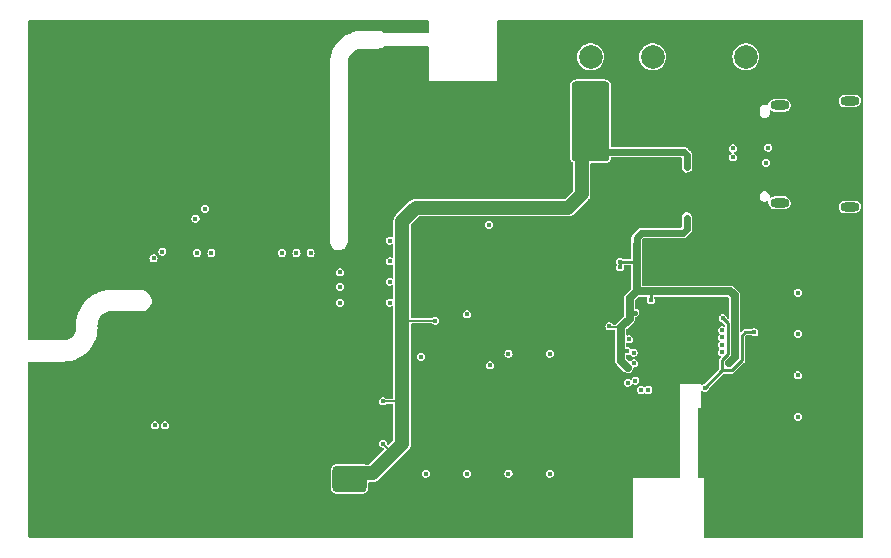
<source format=gbr>
G04 #@! TF.GenerationSoftware,KiCad,Pcbnew,7.0.2*
G04 #@! TF.CreationDate,2023-10-17T11:35:56+03:00*
G04 #@! TF.ProjectId,telemetry_box_01,74656c65-6d65-4747-9279-5f626f785f30,rev?*
G04 #@! TF.SameCoordinates,Original*
G04 #@! TF.FileFunction,Copper,L2,Inr*
G04 #@! TF.FilePolarity,Positive*
%FSLAX46Y46*%
G04 Gerber Fmt 4.6, Leading zero omitted, Abs format (unit mm)*
G04 Created by KiCad (PCBNEW 7.0.2) date 2023-10-17 11:35:56*
%MOMM*%
%LPD*%
G01*
G04 APERTURE LIST*
G04 #@! TA.AperFunction,ComponentPad*
%ADD10O,1.600000X0.800000*%
G04 #@! TD*
G04 #@! TA.AperFunction,ComponentPad*
%ADD11C,2.000000*%
G04 #@! TD*
G04 #@! TA.AperFunction,ViaPad*
%ADD12C,0.400000*%
G04 #@! TD*
G04 #@! TA.AperFunction,ViaPad*
%ADD13C,0.420000*%
G04 #@! TD*
G04 #@! TA.AperFunction,Conductor*
%ADD14C,0.650000*%
G04 #@! TD*
G04 #@! TA.AperFunction,Conductor*
%ADD15C,0.140000*%
G04 #@! TD*
G04 #@! TA.AperFunction,Conductor*
%ADD16C,0.250000*%
G04 #@! TD*
G04 #@! TA.AperFunction,Conductor*
%ADD17C,0.160000*%
G04 #@! TD*
G04 #@! TA.AperFunction,Conductor*
%ADD18C,0.400000*%
G04 #@! TD*
G04 #@! TA.AperFunction,Conductor*
%ADD19C,0.600000*%
G04 #@! TD*
G04 #@! TA.AperFunction,Conductor*
%ADD20C,1.200000*%
G04 #@! TD*
G04 APERTURE END LIST*
D10*
X178800000Y-75545000D03*
X178800000Y-67285000D03*
X184750000Y-66925000D03*
X184750000Y-75905000D03*
D11*
X168050000Y-63200000D03*
X162800000Y-63200000D03*
X175950000Y-63200000D03*
X181200000Y-63200000D03*
D12*
X166600000Y-90600000D03*
X173950000Y-86350000D03*
D13*
X115450000Y-82950000D03*
X166100000Y-70050000D03*
X117700000Y-89250000D03*
X143000000Y-62850000D03*
X169600000Y-92900000D03*
X158550000Y-64700000D03*
X121900000Y-88850000D03*
X149300000Y-93400000D03*
X184950000Y-90650000D03*
X125900000Y-83850000D03*
X160050000Y-64350000D03*
X162400000Y-76900000D03*
X141300000Y-61700000D03*
X129000000Y-91650000D03*
X125800000Y-99900000D03*
X144350000Y-75700000D03*
X169300000Y-85400000D03*
X140500000Y-67800000D03*
X173100000Y-69450000D03*
X173550000Y-98650000D03*
X135450000Y-74850000D03*
X142350000Y-79300000D03*
X172500000Y-77950000D03*
X142500000Y-69900000D03*
X133800000Y-66000000D03*
X155150000Y-65500000D03*
X115450000Y-60950000D03*
X180950000Y-60650000D03*
X149000000Y-77250000D03*
X159600000Y-77600000D03*
X152050000Y-74400000D03*
X163300000Y-91900000D03*
X130300000Y-61650000D03*
X115450000Y-95250000D03*
X118000000Y-97350000D03*
X145050000Y-85800000D03*
X158950000Y-60650000D03*
X164400000Y-84050000D03*
X175800000Y-89650000D03*
X129600000Y-88700000D03*
X155900000Y-60650000D03*
X131250000Y-64150000D03*
X145700000Y-99050000D03*
X182950000Y-60650000D03*
X140500000Y-68850000D03*
X115450000Y-66950000D03*
X169300000Y-86400000D03*
X142500000Y-72000000D03*
X157100000Y-71550000D03*
X166100000Y-67050000D03*
X130700000Y-85100000D03*
X172550000Y-68200000D03*
X184950000Y-82650000D03*
X115450000Y-97250000D03*
X160050000Y-72350000D03*
X155150000Y-64450000D03*
X135450000Y-68850000D03*
X135600000Y-101350000D03*
X155000000Y-68550000D03*
X139200000Y-102850000D03*
X141200000Y-102850000D03*
X161750000Y-83850000D03*
X142950000Y-60800000D03*
X125600000Y-83100000D03*
X140500000Y-86500000D03*
X115450000Y-62950000D03*
X154100000Y-65500000D03*
X131650000Y-92200000D03*
X135600000Y-99850000D03*
X141500000Y-79800000D03*
X178500000Y-77950000D03*
X119050000Y-85850000D03*
X142500000Y-78300000D03*
X138600000Y-75500000D03*
X135600000Y-99050000D03*
X160050000Y-74400000D03*
X145850000Y-60950000D03*
X172650000Y-103450000D03*
X138300000Y-67400000D03*
X118550000Y-75900000D03*
X148150000Y-70050000D03*
X140500000Y-73050000D03*
X116700000Y-89250000D03*
X149700000Y-102850000D03*
X140500000Y-65700000D03*
X140500000Y-69900000D03*
X168300000Y-85400000D03*
X172950000Y-60650000D03*
X178800000Y-99250000D03*
X118200000Y-64050000D03*
X122050000Y-99650000D03*
X170300000Y-85400000D03*
X161750000Y-79850000D03*
X161700000Y-102850000D03*
X134250000Y-71000000D03*
X140750000Y-79450000D03*
X184950000Y-84650000D03*
X148850000Y-65500000D03*
X119800000Y-88750000D03*
X164400000Y-86550000D03*
X173400000Y-92900000D03*
X160050000Y-66350000D03*
X178300000Y-85900000D03*
X146750000Y-62550000D03*
X175350000Y-93900000D03*
X118750000Y-86750000D03*
X142000000Y-61150000D03*
X115450000Y-93250000D03*
X118100000Y-102950000D03*
X174050000Y-81500000D03*
X117900000Y-94600000D03*
X140500000Y-64650000D03*
X161750000Y-81850000D03*
X172150000Y-95600000D03*
X184950000Y-68650000D03*
X121900000Y-96850000D03*
X153300000Y-93400000D03*
X172650000Y-102150000D03*
X172150000Y-97100000D03*
X174950000Y-102650000D03*
X172150000Y-94850000D03*
X156050000Y-74400000D03*
X130250000Y-66550000D03*
X167700000Y-80850000D03*
X140500000Y-77250000D03*
X133650000Y-84900000D03*
X142500000Y-75150000D03*
X144900000Y-60750000D03*
X145200000Y-102850000D03*
X184950000Y-94650000D03*
X154050000Y-74400000D03*
X115450000Y-80950000D03*
X157700000Y-102850000D03*
X145700000Y-100550000D03*
X148850000Y-60650000D03*
X120400000Y-63400000D03*
X172000000Y-69450000D03*
X166950000Y-60650000D03*
X123300000Y-82700000D03*
X152000000Y-65500000D03*
X168650000Y-81500000D03*
X157050000Y-80000000D03*
X170150000Y-96350000D03*
X184950000Y-74650000D03*
X165300000Y-83250000D03*
X127600000Y-64600000D03*
X115450000Y-68950000D03*
X170150000Y-97100000D03*
X148850000Y-63400000D03*
X135100000Y-88850000D03*
X155300000Y-93400000D03*
X162950000Y-60650000D03*
X177250000Y-90400000D03*
X130800000Y-71500000D03*
X133000000Y-88050000D03*
X127900000Y-90550000D03*
X115450000Y-70950000D03*
X118350000Y-67950000D03*
X172150000Y-93350000D03*
X118550000Y-61450000D03*
X158050000Y-74400000D03*
X130750000Y-82500000D03*
X166100000Y-68550000D03*
X161750000Y-87850000D03*
X144500000Y-80450000D03*
X150950000Y-65500000D03*
X169300000Y-87400000D03*
X151300000Y-93400000D03*
X147200000Y-102850000D03*
X142500000Y-67800000D03*
X170150000Y-95600000D03*
X127800000Y-81950000D03*
X142500000Y-63600000D03*
X161750000Y-85850000D03*
X153950000Y-71400000D03*
X184950000Y-102650000D03*
X134550000Y-100350000D03*
X173200000Y-81900000D03*
X176950000Y-102650000D03*
X120600000Y-88050000D03*
X156950000Y-60650000D03*
X120350000Y-73100000D03*
X127900000Y-91650000D03*
X166150000Y-102150000D03*
X168950000Y-60650000D03*
X130100000Y-92750000D03*
X115450000Y-86950000D03*
X168300000Y-87400000D03*
X122650000Y-102850000D03*
X143900000Y-62700000D03*
X155150000Y-63400000D03*
X130100000Y-90550000D03*
X125600000Y-84600000D03*
X174950000Y-60650000D03*
X184950000Y-88650000D03*
X126850000Y-67550000D03*
X115450000Y-99250000D03*
X121250000Y-82850000D03*
X170300000Y-89400000D03*
X115450000Y-90000000D03*
X121950000Y-61350000D03*
X124650000Y-102850000D03*
X145700000Y-101350000D03*
X142500000Y-68850000D03*
X115450000Y-74950000D03*
X145100000Y-87550000D03*
X121100000Y-87150000D03*
X148450000Y-87500000D03*
X127100000Y-71500000D03*
X170150000Y-98600000D03*
X130850000Y-100200000D03*
X168300000Y-86400000D03*
X160050000Y-70350000D03*
X180950000Y-102650000D03*
X170300000Y-87400000D03*
X135600000Y-100550000D03*
X120050000Y-92850000D03*
X117400000Y-65950000D03*
X120700000Y-69550000D03*
X155700000Y-102850000D03*
X126650000Y-102850000D03*
X120650000Y-102850000D03*
X117950000Y-71450000D03*
X136400000Y-98250000D03*
X171300000Y-87400000D03*
X178800000Y-93250000D03*
X139300000Y-61500000D03*
X136700000Y-95200000D03*
X119650000Y-84000000D03*
X115450000Y-91250000D03*
X150700000Y-77350000D03*
X120350000Y-83300000D03*
X142500000Y-65700000D03*
X120300000Y-95400000D03*
X160050000Y-62350000D03*
X165500000Y-103450000D03*
X182500000Y-77950000D03*
X175500000Y-100250000D03*
X178800000Y-91250000D03*
X128650000Y-100000000D03*
X172650000Y-100850000D03*
X184950000Y-86650000D03*
X124650000Y-74900000D03*
X120950000Y-65950000D03*
X140500000Y-76200000D03*
X172300000Y-85400000D03*
X137200000Y-102850000D03*
X155150000Y-62350000D03*
X143900000Y-60750000D03*
X172300000Y-87400000D03*
X121300000Y-86150000D03*
X178800000Y-95250000D03*
X145850000Y-63350000D03*
X122100000Y-93400000D03*
X123300000Y-85000000D03*
X173250000Y-94550000D03*
X175700000Y-85400000D03*
X140500000Y-74100000D03*
X153050000Y-65500000D03*
X172650000Y-98600000D03*
X135100000Y-89850000D03*
X126350000Y-61200000D03*
X127900000Y-92750000D03*
X148050000Y-74400000D03*
X115450000Y-78950000D03*
X132300000Y-68200000D03*
X174500000Y-77950000D03*
X172150000Y-96350000D03*
X117550000Y-80100000D03*
X172500000Y-80250000D03*
X172700000Y-92900000D03*
X163950000Y-74450000D03*
X143200000Y-102850000D03*
X122300000Y-85000000D03*
X145700000Y-99850000D03*
X144900000Y-62700000D03*
X121550000Y-85250000D03*
X172300000Y-88400000D03*
X182950000Y-102650000D03*
X140500000Y-63600000D03*
X172000000Y-67650000D03*
X164950000Y-60650000D03*
X130100000Y-91650000D03*
X142500000Y-66750000D03*
X120050000Y-99650000D03*
X124600000Y-69050000D03*
X160950000Y-60650000D03*
X172300000Y-86400000D03*
X171300000Y-88400000D03*
X178950000Y-60650000D03*
X140500000Y-70950000D03*
X142500000Y-77250000D03*
X149900000Y-65500000D03*
X118850000Y-89150000D03*
X184950000Y-92650000D03*
X167550000Y-98600000D03*
X118050000Y-99650000D03*
X135200000Y-102850000D03*
X167000000Y-69300000D03*
X170150000Y-94100000D03*
X148250000Y-86400000D03*
X166150000Y-100800000D03*
X166150000Y-98600000D03*
X150550000Y-67850000D03*
X122300000Y-82700000D03*
X169300000Y-89400000D03*
X140750000Y-62550000D03*
X166150000Y-99500000D03*
X153700000Y-102850000D03*
X136100000Y-88850000D03*
X160050000Y-68350000D03*
X142500000Y-74100000D03*
X146750000Y-60950000D03*
X180500000Y-77950000D03*
X184950000Y-72650000D03*
X129000000Y-92750000D03*
X115450000Y-76950000D03*
X184950000Y-98650000D03*
X172650000Y-99550000D03*
X170150000Y-93350000D03*
X176500000Y-77950000D03*
X119200000Y-84850000D03*
X164600000Y-82600000D03*
X184950000Y-78650000D03*
X170150000Y-97850000D03*
X176950000Y-60650000D03*
X127800000Y-86650000D03*
X157300000Y-93400000D03*
X184950000Y-62650000D03*
X140500000Y-66750000D03*
X144550000Y-95950000D03*
X159300000Y-93400000D03*
X172550000Y-68900000D03*
X164700000Y-90150000D03*
X155150000Y-61300000D03*
X171300000Y-86400000D03*
X184950000Y-64650000D03*
X165500000Y-102600000D03*
X115450000Y-72950000D03*
X147800000Y-62550000D03*
X168300000Y-89400000D03*
X172150000Y-97850000D03*
X136100000Y-89850000D03*
X138150000Y-89150000D03*
X164400000Y-85000000D03*
X136800000Y-82800000D03*
X115450000Y-64950000D03*
X142500000Y-76200000D03*
X151850000Y-83150000D03*
X178800000Y-89250000D03*
X161300000Y-93400000D03*
X148850000Y-64450000D03*
X171300000Y-89400000D03*
X184950000Y-100650000D03*
X142500000Y-70950000D03*
X178950000Y-102650000D03*
X129050000Y-70050000D03*
X136050000Y-85500000D03*
X151700000Y-102850000D03*
X159700000Y-102850000D03*
X172700000Y-74500000D03*
X168650000Y-80850000D03*
X172250000Y-94100000D03*
X142500000Y-73050000D03*
X115450000Y-101250000D03*
X167000000Y-67800000D03*
X115450000Y-103250000D03*
X145000000Y-65550000D03*
X174000000Y-97850000D03*
X170300000Y-86400000D03*
X132650000Y-102850000D03*
X140500000Y-75150000D03*
X135250000Y-64150000D03*
X150350000Y-70650000D03*
X184950000Y-60650000D03*
X184950000Y-80650000D03*
X173100000Y-67650000D03*
X135450000Y-92650000D03*
X175950000Y-80300000D03*
X142500000Y-64650000D03*
X130650000Y-102850000D03*
X121800000Y-76150000D03*
X144550000Y-92350000D03*
X184950000Y-70650000D03*
X129000000Y-90550000D03*
X140500000Y-72000000D03*
X173200000Y-80900000D03*
X164700000Y-87650000D03*
X170950000Y-60650000D03*
X161750000Y-89850000D03*
X117700000Y-86950000D03*
X116700000Y-86950000D03*
X115450000Y-84950000D03*
X167700000Y-81500000D03*
X168850000Y-98600000D03*
X170150000Y-94850000D03*
X147800000Y-60950000D03*
X144450000Y-78300000D03*
X172950000Y-102650000D03*
X184950000Y-96650000D03*
X172300000Y-89400000D03*
X150050000Y-74400000D03*
X169300000Y-88400000D03*
X124300000Y-65600000D03*
X170300000Y-88400000D03*
X133750000Y-82200000D03*
X178800000Y-97250000D03*
X171300000Y-85400000D03*
X135600000Y-89350000D03*
X128650000Y-102850000D03*
X168300000Y-88400000D03*
D12*
X136700000Y-79800000D03*
X145800000Y-78750000D03*
X145800000Y-80500000D03*
X141600000Y-82650000D03*
X141600000Y-81450000D03*
X145800000Y-82250000D03*
X139100000Y-79800000D03*
X145800000Y-84000000D03*
X130150000Y-76050000D03*
X125800000Y-80250000D03*
X129350000Y-76900000D03*
X126550000Y-79700000D03*
X137900000Y-79800000D03*
X154200000Y-77400000D03*
X166477996Y-89130403D03*
X154300000Y-89300000D03*
X126750000Y-94400000D03*
X166450000Y-88250000D03*
X148450000Y-88600000D03*
X125900000Y-94400000D03*
X155850000Y-88350000D03*
X129500000Y-79800000D03*
X130700000Y-79800000D03*
X159350000Y-88350000D03*
X166050000Y-87100000D03*
X152350000Y-98500000D03*
X174530000Y-89100000D03*
X166596397Y-84865881D03*
X148850000Y-98500000D03*
X170950000Y-76800000D03*
X165950000Y-90800000D03*
X174890000Y-88740000D03*
X165300000Y-81000000D03*
X175000000Y-83400000D03*
X165300000Y-80550000D03*
X165900000Y-88100000D03*
X167900940Y-83796740D03*
X170950000Y-77700000D03*
X164400000Y-86000000D03*
X174650000Y-83050000D03*
X169200000Y-83050000D03*
X170950000Y-77250000D03*
X165950000Y-89500000D03*
X155850000Y-98500000D03*
X167100000Y-91400000D03*
X173987371Y-85325500D03*
D13*
X176650000Y-86500000D03*
D12*
X172500000Y-91200000D03*
X159350000Y-98500000D03*
X167700000Y-91400000D03*
X173950000Y-86950000D03*
X180350000Y-83150000D03*
X180350000Y-86650000D03*
X180350000Y-90150000D03*
X173950000Y-88200000D03*
X173950000Y-87600000D03*
X180350000Y-93650000D03*
X141600000Y-84000000D03*
X152350000Y-85000000D03*
X174850000Y-70950000D03*
X177850000Y-70900000D03*
X177650000Y-72150000D03*
X174850000Y-71700000D03*
X164150000Y-70800000D03*
X161450000Y-69250000D03*
X162700000Y-67050000D03*
X142800000Y-98200000D03*
X145250000Y-95950000D03*
X162700000Y-71550000D03*
X142000000Y-99700000D03*
X170950000Y-72500000D03*
X142000000Y-98950000D03*
X142000000Y-98200000D03*
X161450000Y-66300000D03*
X170950000Y-72000000D03*
X145250000Y-92350000D03*
X162700000Y-68550000D03*
X141250000Y-99700000D03*
X170950000Y-71500000D03*
X161450000Y-67800000D03*
X162700000Y-65550000D03*
X149650000Y-85550000D03*
X141250000Y-98200000D03*
X141250000Y-98950000D03*
X164150000Y-66300000D03*
X161450000Y-70800000D03*
X162700000Y-70050000D03*
X143550000Y-98200000D03*
D14*
X166100000Y-84850000D02*
X166100000Y-85350000D01*
D15*
X164495000Y-86095000D02*
X165355000Y-86095000D01*
D16*
X167900940Y-83796740D02*
X167900940Y-83050940D01*
X165300000Y-80550000D02*
X166650000Y-80550000D01*
D14*
X165355000Y-88905000D02*
X165950000Y-89500000D01*
D17*
X165405000Y-88100000D02*
X165355000Y-88150000D01*
D15*
X164400000Y-86000000D02*
X164495000Y-86095000D01*
D14*
X166700000Y-83050000D02*
X166700000Y-80600000D01*
X167900000Y-83050000D02*
X166700000Y-83050000D01*
D18*
X166115881Y-84865881D02*
X166100000Y-84850000D01*
D14*
X174890000Y-88740000D02*
X175000000Y-88630000D01*
D19*
X167100000Y-78100000D02*
X170650000Y-78100000D01*
D14*
X174530000Y-89100000D02*
X174890000Y-88740000D01*
D19*
X166700000Y-78500000D02*
X167100000Y-78100000D01*
X166700000Y-79150000D02*
X166700000Y-78500000D01*
D14*
X165355000Y-88150000D02*
X165355000Y-88905000D01*
D17*
X165900000Y-88100000D02*
X165405000Y-88100000D01*
D16*
X166650000Y-80550000D02*
X166700000Y-80600000D01*
X167900940Y-83050940D02*
X167900000Y-83050000D01*
D14*
X166100000Y-83650000D02*
X166100000Y-84850000D01*
X166100000Y-85350000D02*
X165550000Y-85900000D01*
X166700000Y-83050000D02*
X166100000Y-83650000D01*
X165355000Y-86095000D02*
X165355000Y-88150000D01*
X175000000Y-83400000D02*
X174650000Y-83050000D01*
X175000000Y-88630000D02*
X175000000Y-83400000D01*
D16*
X165300000Y-81000000D02*
X165300000Y-80550000D01*
D14*
X166700000Y-80600000D02*
X166700000Y-79150000D01*
D19*
X170650000Y-78100000D02*
X170950000Y-77800000D01*
X170950000Y-77800000D02*
X170950000Y-76800000D01*
D14*
X165550000Y-85900000D02*
X165355000Y-86095000D01*
X169200000Y-83050000D02*
X167900000Y-83050000D01*
D18*
X166596397Y-84865881D02*
X166115881Y-84865881D01*
D14*
X174650000Y-83050000D02*
X169200000Y-83050000D01*
D16*
X173987371Y-85325500D02*
X174430000Y-85768129D01*
X175900000Y-86500000D02*
X175600000Y-86800000D01*
X174760000Y-89740000D02*
X173960000Y-89740000D01*
X175600000Y-88900000D02*
X174760000Y-89740000D01*
X174430000Y-85768129D02*
X174430000Y-88393898D01*
X173960000Y-88863898D02*
X173960000Y-89740000D01*
X175600000Y-86800000D02*
X175600000Y-88900000D01*
X176650000Y-86500000D02*
X175900000Y-86500000D01*
X174430000Y-88393898D02*
X173960000Y-88863898D01*
X173960000Y-89740000D02*
X172500000Y-91200000D01*
D20*
X146850000Y-85600000D02*
X146850000Y-77100000D01*
X146850000Y-77100000D02*
X148000000Y-75950000D01*
X142100000Y-98450000D02*
X142650000Y-98450000D01*
X142650000Y-98450000D02*
X143200000Y-98450000D01*
D19*
X170950000Y-71500000D02*
X170950000Y-72550000D01*
D20*
X148000000Y-75950000D02*
X160900000Y-75950000D01*
X160900000Y-75950000D02*
X162050000Y-74800000D01*
X143200000Y-98450000D02*
X144350000Y-98450000D01*
X146850000Y-93000000D02*
X146850000Y-92350000D01*
D19*
X170700000Y-71250000D02*
X163850000Y-71250000D01*
D15*
X146900000Y-85550000D02*
X146850000Y-85600000D01*
X149650000Y-85550000D02*
X146900000Y-85550000D01*
X145250000Y-95950000D02*
X146050000Y-96750000D01*
D20*
X141550000Y-98450000D02*
X142100000Y-98450000D01*
X145300000Y-97500000D02*
X146050000Y-96750000D01*
X144350000Y-98450000D02*
X145300000Y-97500000D01*
X146050000Y-96750000D02*
X146850000Y-95950000D01*
D15*
X145250000Y-92350000D02*
X146850000Y-92350000D01*
D20*
X146850000Y-92350000D02*
X146850000Y-85600000D01*
D19*
X170950000Y-71500000D02*
X170700000Y-71250000D01*
D20*
X146850000Y-95950000D02*
X146850000Y-93000000D01*
X162050000Y-74800000D02*
X162050000Y-71600000D01*
G04 #@! TA.AperFunction,Conductor*
G36*
X149079790Y-60120710D02*
G01*
X149100000Y-60169500D01*
X149100000Y-61131000D01*
X149079790Y-61179790D01*
X149031000Y-61200000D01*
X145341973Y-61200000D01*
X145297621Y-61183857D01*
X145212638Y-61112548D01*
X145212637Y-61112547D01*
X145057020Y-61034394D01*
X145057019Y-61034393D01*
X145057018Y-61034393D01*
X144887573Y-60994233D01*
X144801524Y-60989222D01*
X144801512Y-60989221D01*
X144800505Y-60989163D01*
X143371329Y-60989163D01*
X143369362Y-60989392D01*
X143369342Y-60989394D01*
X143348581Y-60991820D01*
X143338826Y-60989052D01*
X143001540Y-61031595D01*
X143001533Y-61031596D01*
X142999569Y-61031844D01*
X142997637Y-61032318D01*
X142997631Y-61032320D01*
X142692578Y-61107304D01*
X142692563Y-61107308D01*
X142690633Y-61107783D01*
X142688776Y-61108474D01*
X142688762Y-61108479D01*
X142394378Y-61218139D01*
X142394373Y-61218140D01*
X142392513Y-61218834D01*
X142390746Y-61219736D01*
X142390733Y-61219742D01*
X142110975Y-61362602D01*
X142110962Y-61362609D01*
X142109185Y-61363517D01*
X142107526Y-61364621D01*
X142107511Y-61364631D01*
X141846088Y-61538796D01*
X141846075Y-61538805D01*
X141844428Y-61539903D01*
X141842915Y-61541185D01*
X141842912Y-61541188D01*
X141603292Y-61744349D01*
X141603281Y-61744359D01*
X141601773Y-61745638D01*
X141600411Y-61747093D01*
X141600409Y-61747096D01*
X141385816Y-61976524D01*
X141385808Y-61976533D01*
X141384457Y-61977978D01*
X141383285Y-61979563D01*
X141383274Y-61979577D01*
X141196563Y-62232221D01*
X141196552Y-62232237D01*
X141195379Y-62233825D01*
X141194391Y-62235545D01*
X141194387Y-62235553D01*
X141038052Y-62508035D01*
X141038044Y-62508050D01*
X141037060Y-62509766D01*
X141036276Y-62511592D01*
X141036274Y-62511597D01*
X140936786Y-62743452D01*
X140911612Y-62802120D01*
X140911045Y-62804020D01*
X140911039Y-62804038D01*
X140821281Y-63105066D01*
X140821276Y-63105083D01*
X140820709Y-63106988D01*
X140765562Y-63420304D01*
X140765444Y-63422301D01*
X140765444Y-63422307D01*
X140748326Y-63713721D01*
X140745173Y-63721260D01*
X140749702Y-63764732D01*
X140750040Y-63773732D01*
X140750000Y-63774423D01*
X140750000Y-63775428D01*
X140750000Y-77446301D01*
X140749883Y-77450313D01*
X140748564Y-77472962D01*
X140748564Y-78822962D01*
X140748796Y-78824950D01*
X140748797Y-78824961D01*
X140768779Y-78995920D01*
X140768779Y-78995922D01*
X140768780Y-78995924D01*
X140828340Y-79159561D01*
X140924031Y-79305053D01*
X141050695Y-79424554D01*
X141201504Y-79511624D01*
X141368328Y-79561568D01*
X141542173Y-79571693D01*
X141713666Y-79541454D01*
X141804592Y-79502232D01*
X141873565Y-79472481D01*
X141937942Y-79424553D01*
X142013245Y-79368492D01*
X142125180Y-79235094D01*
X142203333Y-79079477D01*
X142243493Y-78910032D01*
X142248564Y-78822962D01*
X142248564Y-78511082D01*
X142248681Y-78507070D01*
X142249447Y-78493913D01*
X142250000Y-78484423D01*
X142250000Y-63774423D01*
X142247365Y-63751886D01*
X142246899Y-63743763D01*
X142246950Y-63713721D01*
X142247072Y-63640027D01*
X142248041Y-63628624D01*
X142250559Y-63613761D01*
X142281174Y-63433031D01*
X142284029Y-63421907D01*
X142349190Y-63234557D01*
X142353862Y-63224047D01*
X142367050Y-63200000D01*
X142449239Y-63050133D01*
X142455580Y-63040561D01*
X142578532Y-62884904D01*
X142586385Y-62876508D01*
X142733483Y-62743445D01*
X142742611Y-62736478D01*
X142909787Y-62629693D01*
X142919947Y-62624340D01*
X143102522Y-62546822D01*
X143113438Y-62543227D01*
X143306396Y-62497108D01*
X143317697Y-62495383D01*
X143396461Y-62489981D01*
X143406039Y-62489325D01*
X143410759Y-62489163D01*
X144798496Y-62489163D01*
X144800505Y-62489163D01*
X144973467Y-62468947D01*
X145137104Y-62409387D01*
X145282596Y-62313696D01*
X145282595Y-62313696D01*
X145286162Y-62311351D01*
X145324078Y-62300000D01*
X149031000Y-62300000D01*
X149079790Y-62320210D01*
X149100000Y-62369000D01*
X149100000Y-65250000D01*
X154900000Y-65250000D01*
X154900000Y-63200000D01*
X161654613Y-63200000D01*
X161674116Y-63410464D01*
X161731959Y-63613762D01*
X161781733Y-63713721D01*
X161826173Y-63802968D01*
X161953550Y-63971642D01*
X162109751Y-64114038D01*
X162289458Y-64225308D01*
X162486550Y-64301662D01*
X162625061Y-64327553D01*
X162694316Y-64340500D01*
X162694317Y-64340500D01*
X162905684Y-64340500D01*
X162957624Y-64330790D01*
X163113450Y-64301662D01*
X163310542Y-64225308D01*
X163490249Y-64114038D01*
X163646450Y-63971642D01*
X163773827Y-63802968D01*
X163868041Y-63613761D01*
X163925884Y-63410464D01*
X163945386Y-63200000D01*
X166904613Y-63200000D01*
X166924116Y-63410464D01*
X166981959Y-63613762D01*
X167031733Y-63713721D01*
X167076173Y-63802968D01*
X167203550Y-63971642D01*
X167359751Y-64114038D01*
X167539458Y-64225308D01*
X167736550Y-64301662D01*
X167875061Y-64327553D01*
X167944316Y-64340500D01*
X167944317Y-64340500D01*
X168155684Y-64340500D01*
X168207624Y-64330790D01*
X168363450Y-64301662D01*
X168560542Y-64225308D01*
X168740249Y-64114038D01*
X168896450Y-63971642D01*
X169023827Y-63802968D01*
X169118041Y-63613761D01*
X169175884Y-63410464D01*
X169195386Y-63200000D01*
X174804613Y-63200000D01*
X174824116Y-63410464D01*
X174881959Y-63613762D01*
X174931733Y-63713721D01*
X174976173Y-63802968D01*
X175103550Y-63971642D01*
X175259751Y-64114038D01*
X175439458Y-64225308D01*
X175636550Y-64301662D01*
X175775061Y-64327553D01*
X175844316Y-64340500D01*
X175844317Y-64340500D01*
X176055684Y-64340500D01*
X176107624Y-64330790D01*
X176263450Y-64301662D01*
X176460542Y-64225308D01*
X176640249Y-64114038D01*
X176796450Y-63971642D01*
X176923827Y-63802968D01*
X177018041Y-63613761D01*
X177075884Y-63410464D01*
X177095386Y-63200000D01*
X177075884Y-62989536D01*
X177018041Y-62786239D01*
X176923827Y-62597032D01*
X176796450Y-62428358D01*
X176640249Y-62285962D01*
X176640248Y-62285961D01*
X176460544Y-62174693D01*
X176460542Y-62174692D01*
X176263450Y-62098338D01*
X176263449Y-62098337D01*
X176263447Y-62098337D01*
X176055684Y-62059500D01*
X176055683Y-62059500D01*
X175844317Y-62059500D01*
X175844316Y-62059500D01*
X175636552Y-62098337D01*
X175439455Y-62174693D01*
X175259751Y-62285961D01*
X175103549Y-62428359D01*
X174976172Y-62597033D01*
X174881959Y-62786237D01*
X174824116Y-62989535D01*
X174804613Y-63200000D01*
X169195386Y-63200000D01*
X169175884Y-62989536D01*
X169118041Y-62786239D01*
X169023827Y-62597032D01*
X168896450Y-62428358D01*
X168740249Y-62285962D01*
X168740248Y-62285961D01*
X168560544Y-62174693D01*
X168560542Y-62174692D01*
X168363450Y-62098338D01*
X168363449Y-62098337D01*
X168363447Y-62098337D01*
X168155684Y-62059500D01*
X168155683Y-62059500D01*
X167944317Y-62059500D01*
X167944316Y-62059500D01*
X167736552Y-62098337D01*
X167539455Y-62174693D01*
X167359751Y-62285961D01*
X167203549Y-62428359D01*
X167076172Y-62597033D01*
X166981959Y-62786237D01*
X166924116Y-62989535D01*
X166904613Y-63200000D01*
X163945386Y-63200000D01*
X163925884Y-62989536D01*
X163868041Y-62786239D01*
X163773827Y-62597032D01*
X163646450Y-62428358D01*
X163490249Y-62285962D01*
X163490248Y-62285961D01*
X163310544Y-62174693D01*
X163310542Y-62174692D01*
X163113450Y-62098338D01*
X163113449Y-62098337D01*
X163113447Y-62098337D01*
X162905684Y-62059500D01*
X162905683Y-62059500D01*
X162694317Y-62059500D01*
X162694316Y-62059500D01*
X162486552Y-62098337D01*
X162289455Y-62174693D01*
X162109751Y-62285961D01*
X161953549Y-62428359D01*
X161826172Y-62597033D01*
X161731959Y-62786237D01*
X161674116Y-62989535D01*
X161654613Y-63200000D01*
X154900000Y-63200000D01*
X154900000Y-60169500D01*
X154920210Y-60120710D01*
X154969000Y-60100500D01*
X185830500Y-60100500D01*
X185879290Y-60120710D01*
X185899500Y-60169500D01*
X185899500Y-103830500D01*
X185879290Y-103879290D01*
X185830500Y-103899500D01*
X172469000Y-103899500D01*
X172420210Y-103879290D01*
X172400000Y-103830500D01*
X172400000Y-98850000D01*
X171969000Y-98850000D01*
X171920210Y-98829790D01*
X171900000Y-98781000D01*
X171900000Y-93650000D01*
X180004247Y-93650000D01*
X180025098Y-93768254D01*
X180085138Y-93872246D01*
X180177123Y-93949431D01*
X180289961Y-93990500D01*
X180410039Y-93990500D01*
X180522877Y-93949431D01*
X180614862Y-93872246D01*
X180674902Y-93768254D01*
X180695753Y-93650000D01*
X180674902Y-93531746D01*
X180614862Y-93427754D01*
X180522877Y-93350569D01*
X180522876Y-93350568D01*
X180410039Y-93309500D01*
X180289961Y-93309500D01*
X180233542Y-93330034D01*
X180177123Y-93350569D01*
X180085139Y-93427752D01*
X180085137Y-93427754D01*
X180085138Y-93427754D01*
X180025098Y-93531746D01*
X180004247Y-93650000D01*
X171900000Y-93650000D01*
X171900000Y-92969000D01*
X171920210Y-92920210D01*
X171969000Y-92900000D01*
X172150000Y-92900000D01*
X172150000Y-91498777D01*
X172170210Y-91449987D01*
X172219000Y-91429777D01*
X172263350Y-91445918D01*
X172327123Y-91499431D01*
X172439961Y-91540500D01*
X172560039Y-91540500D01*
X172672877Y-91499431D01*
X172764862Y-91422246D01*
X172824902Y-91318254D01*
X172835612Y-91257505D01*
X172854772Y-91220700D01*
X173925473Y-90150000D01*
X180004247Y-90150000D01*
X180025098Y-90268254D01*
X180085138Y-90372246D01*
X180177123Y-90449431D01*
X180289961Y-90490500D01*
X180410039Y-90490500D01*
X180522877Y-90449431D01*
X180614862Y-90372246D01*
X180674902Y-90268254D01*
X180695753Y-90150000D01*
X180674902Y-90031746D01*
X180614862Y-89927754D01*
X180522877Y-89850569D01*
X180522876Y-89850568D01*
X180410039Y-89809500D01*
X180289961Y-89809500D01*
X180233542Y-89830034D01*
X180177123Y-89850569D01*
X180085139Y-89927752D01*
X180049146Y-89990094D01*
X180025098Y-90031746D01*
X180004247Y-90150000D01*
X173925473Y-90150000D01*
X174049763Y-90025710D01*
X174098554Y-90005500D01*
X174727053Y-90005500D01*
X174740515Y-90006826D01*
X174759999Y-90010702D01*
X174759999Y-90010701D01*
X174760000Y-90010702D01*
X174863593Y-89990095D01*
X174929248Y-89946226D01*
X174944585Y-89935978D01*
X174951415Y-89931415D01*
X174962455Y-89914890D01*
X174971029Y-89904443D01*
X175764440Y-89111031D01*
X175774886Y-89102457D01*
X175791415Y-89091415D01*
X175850095Y-89003593D01*
X175865500Y-88926147D01*
X175870701Y-88900000D01*
X175868721Y-88890048D01*
X175866826Y-88880519D01*
X175865500Y-88867057D01*
X175865500Y-86938554D01*
X175885710Y-86889764D01*
X175885710Y-86889763D01*
X175989765Y-86785709D01*
X176038555Y-86765500D01*
X176391237Y-86765500D01*
X176431625Y-86782229D01*
X176431675Y-86782133D01*
X176432906Y-86782760D01*
X176440027Y-86785710D01*
X176441410Y-86787093D01*
X176441412Y-86787094D01*
X176441413Y-86787095D01*
X176540339Y-86837500D01*
X176650000Y-86854869D01*
X176759661Y-86837500D01*
X176858587Y-86787095D01*
X176937095Y-86708587D01*
X176966946Y-86650000D01*
X180004247Y-86650000D01*
X180025098Y-86768254D01*
X180085138Y-86872246D01*
X180177123Y-86949431D01*
X180289961Y-86990500D01*
X180410039Y-86990500D01*
X180522877Y-86949431D01*
X180614862Y-86872246D01*
X180674902Y-86768254D01*
X180695753Y-86650000D01*
X180674902Y-86531746D01*
X180614862Y-86427754D01*
X180522877Y-86350569D01*
X180522876Y-86350568D01*
X180410039Y-86309500D01*
X180289961Y-86309500D01*
X180245424Y-86325710D01*
X180177123Y-86350569D01*
X180085139Y-86427752D01*
X180085137Y-86427754D01*
X180085138Y-86427754D01*
X180025098Y-86531746D01*
X180004247Y-86650000D01*
X176966946Y-86650000D01*
X176987500Y-86609661D01*
X177004869Y-86500000D01*
X176987500Y-86390339D01*
X176937095Y-86291413D01*
X176937094Y-86291412D01*
X176937093Y-86291410D01*
X176858589Y-86212906D01*
X176842073Y-86204491D01*
X176759661Y-86162500D01*
X176759659Y-86162499D01*
X176759658Y-86162499D01*
X176650000Y-86145130D01*
X176540341Y-86162499D01*
X176441410Y-86212906D01*
X176440027Y-86214290D01*
X176432906Y-86217239D01*
X176431675Y-86217867D01*
X176431625Y-86217770D01*
X176391237Y-86234500D01*
X175932947Y-86234500D01*
X175919485Y-86233174D01*
X175899999Y-86229297D01*
X175793542Y-86250473D01*
X175787895Y-86255592D01*
X175708583Y-86308585D01*
X175697545Y-86325105D01*
X175688965Y-86335559D01*
X175583290Y-86441234D01*
X175534500Y-86461444D01*
X175485710Y-86441234D01*
X175465500Y-86392444D01*
X175465500Y-83430016D01*
X175465934Y-83422289D01*
X175470429Y-83382398D01*
X175468508Y-83372245D01*
X175459235Y-83323243D01*
X175458822Y-83320815D01*
X175449844Y-83261242D01*
X175449841Y-83261237D01*
X175449818Y-83261079D01*
X175444419Y-83244668D01*
X175416234Y-83191339D01*
X175415071Y-83189035D01*
X175396273Y-83150000D01*
X180004247Y-83150000D01*
X180025098Y-83268254D01*
X180085138Y-83372246D01*
X180177123Y-83449431D01*
X180289961Y-83490500D01*
X180410039Y-83490500D01*
X180522877Y-83449431D01*
X180614862Y-83372246D01*
X180674902Y-83268254D01*
X180695753Y-83150000D01*
X180674902Y-83031746D01*
X180614862Y-82927754D01*
X180522877Y-82850569D01*
X180522876Y-82850568D01*
X180410039Y-82809500D01*
X180289961Y-82809500D01*
X180237478Y-82828602D01*
X180177123Y-82850569D01*
X180085139Y-82927752D01*
X180063788Y-82964733D01*
X180025098Y-83031746D01*
X180004247Y-83150000D01*
X175396273Y-83150000D01*
X175388891Y-83134670D01*
X175378888Y-83120572D01*
X175336245Y-83077929D01*
X175334455Y-83076071D01*
X175293408Y-83031834D01*
X175279399Y-83021083D01*
X175000388Y-82742071D01*
X174995232Y-82736302D01*
X174970196Y-82704909D01*
X174920473Y-82671008D01*
X174918387Y-82669529D01*
X174869971Y-82633796D01*
X174869970Y-82633795D01*
X174869842Y-82633701D01*
X174854404Y-82625907D01*
X174796769Y-82608129D01*
X174794319Y-82607323D01*
X174737372Y-82587396D01*
X174720317Y-82584500D01*
X174720163Y-82584500D01*
X174660004Y-82584500D01*
X174657424Y-82584452D01*
X174597128Y-82582195D01*
X174579631Y-82584500D01*
X167234500Y-82584500D01*
X167185710Y-82564290D01*
X167165500Y-82515500D01*
X167165500Y-80815500D01*
X167165500Y-80565115D01*
X167165500Y-79115115D01*
X167149844Y-79011242D01*
X167147332Y-79006025D01*
X167140500Y-78976090D01*
X167140500Y-78711041D01*
X167160710Y-78662251D01*
X167160710Y-78662250D01*
X167262252Y-78560709D01*
X167311042Y-78540500D01*
X170621381Y-78540500D01*
X170629107Y-78540934D01*
X170666656Y-78545165D01*
X170666656Y-78545164D01*
X170666657Y-78545165D01*
X170722549Y-78534588D01*
X170725076Y-78534160D01*
X170757924Y-78529208D01*
X170781306Y-78525685D01*
X170781307Y-78525684D01*
X170781833Y-78525605D01*
X170796660Y-78520725D01*
X170797125Y-78520479D01*
X170797131Y-78520478D01*
X170847467Y-78493873D01*
X170849640Y-78492776D01*
X170900946Y-78468070D01*
X170900948Y-78468067D01*
X170901425Y-78467838D01*
X170914157Y-78458804D01*
X170954723Y-78418237D01*
X170956583Y-78416445D01*
X170998676Y-78377389D01*
X171008911Y-78364048D01*
X171241248Y-78131711D01*
X171246998Y-78126572D01*
X171276557Y-78103001D01*
X171308610Y-78055986D01*
X171310068Y-78053930D01*
X171343852Y-78008157D01*
X171343852Y-78008154D01*
X171344170Y-78007725D01*
X171351200Y-77993800D01*
X171351357Y-77993288D01*
X171351360Y-77993285D01*
X171368120Y-77938945D01*
X171368925Y-77936500D01*
X171387710Y-77882819D01*
X171387710Y-77882815D01*
X171387885Y-77882316D01*
X171390500Y-77866928D01*
X171390500Y-77809549D01*
X171390548Y-77806969D01*
X171391491Y-77781765D01*
X171392675Y-77750123D01*
X171392674Y-77750120D01*
X171392694Y-77749593D01*
X171390500Y-77732921D01*
X171390500Y-76766983D01*
X171377228Y-76678930D01*
X171375685Y-76668694D01*
X171318070Y-76549054D01*
X171227750Y-76451713D01*
X171227749Y-76451712D01*
X171112750Y-76385317D01*
X170983290Y-76355770D01*
X170850870Y-76365692D01*
X170727262Y-76414205D01*
X170623444Y-76496997D01*
X170570904Y-76574059D01*
X170548640Y-76606715D01*
X170522572Y-76691228D01*
X170509500Y-76733606D01*
X170509500Y-77588959D01*
X170489290Y-77637749D01*
X170487749Y-77639290D01*
X170438959Y-77659500D01*
X167128612Y-77659500D01*
X167120887Y-77659066D01*
X167116240Y-77658542D01*
X167083341Y-77654835D01*
X167027478Y-77665405D01*
X167024936Y-77665837D01*
X166968171Y-77674393D01*
X166953340Y-77679273D01*
X166902621Y-77706078D01*
X166900321Y-77707239D01*
X166848585Y-77732155D01*
X166835838Y-77741200D01*
X166795272Y-77781765D01*
X166793417Y-77783552D01*
X166751326Y-77822609D01*
X166741087Y-77835950D01*
X166408761Y-78168276D01*
X166402994Y-78173431D01*
X166373442Y-78196998D01*
X166341407Y-78243985D01*
X166339915Y-78246087D01*
X166305834Y-78292267D01*
X166298796Y-78306208D01*
X166298640Y-78306715D01*
X166281873Y-78361069D01*
X166281077Y-78363489D01*
X166262116Y-78417677D01*
X166259500Y-78433077D01*
X166259500Y-78490449D01*
X166259452Y-78493029D01*
X166257304Y-78550410D01*
X166259500Y-78567079D01*
X166259500Y-78988387D01*
X166256435Y-79008725D01*
X166234500Y-79079838D01*
X166234500Y-80215500D01*
X166214290Y-80264290D01*
X166165500Y-80284500D01*
X165538429Y-80284500D01*
X165494077Y-80268357D01*
X165472878Y-80250569D01*
X165360039Y-80209500D01*
X165239961Y-80209500D01*
X165183542Y-80230034D01*
X165127123Y-80250569D01*
X165035139Y-80327752D01*
X164975098Y-80431746D01*
X164954247Y-80550000D01*
X164975098Y-80668254D01*
X165016809Y-80740499D01*
X165023702Y-80792857D01*
X165016809Y-80809498D01*
X164975098Y-80881744D01*
X164975097Y-80881746D01*
X164975098Y-80881746D01*
X164954247Y-81000000D01*
X164975098Y-81118254D01*
X165035138Y-81222246D01*
X165127123Y-81299431D01*
X165239961Y-81340500D01*
X165360039Y-81340500D01*
X165472877Y-81299431D01*
X165564862Y-81222246D01*
X165624902Y-81118254D01*
X165645753Y-81000000D01*
X165627500Y-80896480D01*
X165638931Y-80844923D01*
X165683471Y-80816548D01*
X165695452Y-80815500D01*
X166165500Y-80815500D01*
X166214290Y-80835710D01*
X166234500Y-80884500D01*
X166234500Y-82828602D01*
X166214290Y-82877392D01*
X165792069Y-83299612D01*
X165786302Y-83304767D01*
X165754910Y-83329802D01*
X165721032Y-83379492D01*
X165719541Y-83381594D01*
X165683700Y-83430159D01*
X165675908Y-83445596D01*
X165658129Y-83503230D01*
X165657323Y-83505678D01*
X165637397Y-83562625D01*
X165634500Y-83579681D01*
X165634500Y-83639995D01*
X165634452Y-83642575D01*
X165632195Y-83702871D01*
X165634500Y-83720369D01*
X165634500Y-85128602D01*
X165614290Y-85177392D01*
X165201007Y-85590675D01*
X165200997Y-85590683D01*
X165047062Y-85744619D01*
X165041293Y-85749775D01*
X165009910Y-85774802D01*
X164976032Y-85824492D01*
X164974541Y-85826593D01*
X164952492Y-85856471D01*
X164907260Y-85883729D01*
X164896973Y-85884500D01*
X164766329Y-85884500D01*
X164717539Y-85864290D01*
X164706573Y-85850000D01*
X164664862Y-85777754D01*
X164572877Y-85700569D01*
X164572876Y-85700568D01*
X164460039Y-85659500D01*
X164339961Y-85659500D01*
X164283542Y-85680034D01*
X164227123Y-85700569D01*
X164135139Y-85777752D01*
X164135137Y-85777754D01*
X164135138Y-85777754D01*
X164075098Y-85881746D01*
X164054247Y-86000000D01*
X164075098Y-86118254D01*
X164135138Y-86222246D01*
X164227123Y-86299431D01*
X164339961Y-86340500D01*
X164460039Y-86340500D01*
X164544770Y-86309661D01*
X164568369Y-86305500D01*
X164820500Y-86305500D01*
X164869290Y-86325710D01*
X164889500Y-86374500D01*
X164889500Y-88874982D01*
X164889066Y-88882708D01*
X164884570Y-88922602D01*
X164895753Y-88981706D01*
X164896185Y-88984248D01*
X164905179Y-89043913D01*
X164910582Y-89060335D01*
X164938759Y-89113648D01*
X164939922Y-89115951D01*
X164966110Y-89170332D01*
X164976116Y-89184432D01*
X165018766Y-89227084D01*
X165020555Y-89228941D01*
X165061594Y-89273170D01*
X165075602Y-89283918D01*
X165645508Y-89853826D01*
X165730026Y-89916203D01*
X165730029Y-89916204D01*
X165862480Y-89962551D01*
X166002708Y-89967798D01*
X166138252Y-89931479D01*
X166257070Y-89856822D01*
X166297793Y-89809500D01*
X166348600Y-89750461D01*
X166348600Y-89750459D01*
X166348602Y-89750458D01*
X166404717Y-89621841D01*
X166407386Y-89598153D01*
X166414821Y-89532177D01*
X166440367Y-89485956D01*
X166483387Y-89470903D01*
X166538035Y-89470903D01*
X166650873Y-89429834D01*
X166742858Y-89352649D01*
X166802898Y-89248657D01*
X166823749Y-89130403D01*
X166802898Y-89012149D01*
X166742858Y-88908157D01*
X166652452Y-88832297D01*
X166650872Y-88830971D01*
X166538035Y-88789903D01*
X166417957Y-88789903D01*
X166361538Y-88810437D01*
X166305119Y-88830972D01*
X166213134Y-88908156D01*
X166186111Y-88954960D01*
X166144213Y-88987108D01*
X166091855Y-88980214D01*
X166077566Y-88969249D01*
X165840710Y-88732393D01*
X165820500Y-88683603D01*
X165820500Y-88509500D01*
X165840710Y-88460710D01*
X165889500Y-88440500D01*
X165960038Y-88440500D01*
X165960039Y-88440500D01*
X166072877Y-88399431D01*
X166072877Y-88399430D01*
X166076498Y-88398113D01*
X166129258Y-88400417D01*
X166159852Y-88428451D01*
X166182833Y-88468254D01*
X166185138Y-88472246D01*
X166277123Y-88549431D01*
X166389961Y-88590500D01*
X166510039Y-88590500D01*
X166622877Y-88549431D01*
X166714862Y-88472246D01*
X166774902Y-88368254D01*
X166795753Y-88250000D01*
X166774902Y-88131746D01*
X166714862Y-88027754D01*
X166622877Y-87950569D01*
X166622876Y-87950568D01*
X166510039Y-87909500D01*
X166389961Y-87909500D01*
X166273501Y-87951887D01*
X166220741Y-87949583D01*
X166190147Y-87921549D01*
X166164862Y-87877754D01*
X166149072Y-87864504D01*
X166072876Y-87800568D01*
X165960039Y-87759500D01*
X165889500Y-87759500D01*
X165840710Y-87739290D01*
X165820500Y-87690500D01*
X165820500Y-87477364D01*
X165840710Y-87428574D01*
X165889500Y-87408364D01*
X165913099Y-87412525D01*
X165989961Y-87440500D01*
X166110039Y-87440500D01*
X166222877Y-87399431D01*
X166314862Y-87322246D01*
X166374902Y-87218254D01*
X166395753Y-87100000D01*
X166374902Y-86981746D01*
X166314862Y-86877754D01*
X166222877Y-86800569D01*
X166222876Y-86800568D01*
X166110039Y-86759500D01*
X165989961Y-86759500D01*
X165913099Y-86787475D01*
X165860339Y-86785171D01*
X165824661Y-86746235D01*
X165820500Y-86722636D01*
X165820500Y-86316397D01*
X165840710Y-86267607D01*
X165840710Y-86267606D01*
X165858412Y-86249904D01*
X165903826Y-86204491D01*
X165903827Y-86204489D01*
X165911741Y-86196575D01*
X165911743Y-86196571D01*
X166407935Y-85700379D01*
X166413685Y-85695240D01*
X166445090Y-85670197D01*
X166479024Y-85620423D01*
X166480458Y-85618403D01*
X166516204Y-85569971D01*
X166516205Y-85569967D01*
X166516300Y-85569839D01*
X166524088Y-85554413D01*
X166524136Y-85554256D01*
X166524138Y-85554254D01*
X166541880Y-85496732D01*
X166542668Y-85494339D01*
X166562551Y-85437520D01*
X166562551Y-85437514D01*
X166562605Y-85437361D01*
X166565500Y-85420326D01*
X166565500Y-85359989D01*
X166565548Y-85357409D01*
X166567803Y-85297131D01*
X166565500Y-85279635D01*
X166565500Y-85275381D01*
X166585710Y-85226591D01*
X166634500Y-85206381D01*
X166656435Y-85206381D01*
X166656436Y-85206381D01*
X166679191Y-85198098D01*
X166690800Y-85194988D01*
X166714651Y-85190783D01*
X166735615Y-85178677D01*
X166746516Y-85173594D01*
X166769274Y-85165312D01*
X166787827Y-85149743D01*
X166797673Y-85142850D01*
X166818641Y-85130744D01*
X166818640Y-85130744D01*
X166818643Y-85130743D01*
X166834213Y-85112185D01*
X166842701Y-85103697D01*
X166861259Y-85088127D01*
X166873366Y-85067157D01*
X166880259Y-85057311D01*
X166895828Y-85038758D01*
X166904110Y-85016000D01*
X166909193Y-85005102D01*
X166913429Y-84997764D01*
X166921299Y-84984135D01*
X166925504Y-84960282D01*
X166928612Y-84948680D01*
X166936897Y-84925920D01*
X166936897Y-84901709D01*
X166937945Y-84889728D01*
X166938500Y-84886581D01*
X166942150Y-84865881D01*
X166937944Y-84842032D01*
X166936897Y-84830052D01*
X166936897Y-84805842D01*
X166928616Y-84783091D01*
X166925504Y-84771479D01*
X166921299Y-84747627D01*
X166921298Y-84747625D01*
X166909191Y-84726654D01*
X166904108Y-84715754D01*
X166895828Y-84693005D01*
X166880262Y-84674454D01*
X166873364Y-84664602D01*
X166870418Y-84659500D01*
X166861259Y-84643635D01*
X166842710Y-84628070D01*
X166834208Y-84619568D01*
X166818644Y-84601019D01*
X166797676Y-84588913D01*
X166787827Y-84582016D01*
X166769275Y-84566450D01*
X166746520Y-84558168D01*
X166735621Y-84553085D01*
X166714653Y-84540979D01*
X166705808Y-84539419D01*
X166690796Y-84536772D01*
X166679187Y-84533661D01*
X166656437Y-84525381D01*
X166656436Y-84525381D01*
X166634500Y-84525381D01*
X166585710Y-84505171D01*
X166565500Y-84456381D01*
X166565500Y-83871396D01*
X166585710Y-83822606D01*
X166872607Y-83535710D01*
X166921397Y-83515500D01*
X167550627Y-83515500D01*
X167599417Y-83535710D01*
X167619627Y-83584500D01*
X167610383Y-83618997D01*
X167576038Y-83678486D01*
X167555187Y-83796740D01*
X167576038Y-83914994D01*
X167636078Y-84018986D01*
X167728063Y-84096171D01*
X167840901Y-84137240D01*
X167960979Y-84137240D01*
X168073817Y-84096171D01*
X168165802Y-84018986D01*
X168225842Y-83914994D01*
X168246693Y-83796740D01*
X168225842Y-83678486D01*
X168191496Y-83618998D01*
X168184604Y-83566642D01*
X168216753Y-83524744D01*
X168251253Y-83515500D01*
X169129837Y-83515500D01*
X174428604Y-83515500D01*
X174477394Y-83535710D01*
X174514290Y-83572606D01*
X174534500Y-83621396D01*
X174534500Y-85330575D01*
X174514290Y-85379365D01*
X174465500Y-85399575D01*
X174416710Y-85379365D01*
X174342145Y-85304800D01*
X174322983Y-85267991D01*
X174312273Y-85207246D01*
X174252233Y-85103254D01*
X174160248Y-85026069D01*
X174160247Y-85026068D01*
X174047410Y-84985000D01*
X173927332Y-84985000D01*
X173886120Y-85000000D01*
X173814494Y-85026069D01*
X173722510Y-85103252D01*
X173686680Y-85165311D01*
X173662469Y-85207246D01*
X173641618Y-85325500D01*
X173662469Y-85443754D01*
X173722509Y-85547746D01*
X173814494Y-85624931D01*
X173927332Y-85666000D01*
X173927333Y-85666000D01*
X173938765Y-85670161D01*
X173938122Y-85671925D01*
X173972607Y-85686210D01*
X174144290Y-85857893D01*
X174164500Y-85906683D01*
X174164500Y-85967176D01*
X174144290Y-86015966D01*
X174095500Y-86036176D01*
X174071902Y-86032015D01*
X174010040Y-86009500D01*
X174010039Y-86009500D01*
X173889961Y-86009500D01*
X173872196Y-86015966D01*
X173777123Y-86050569D01*
X173685139Y-86127752D01*
X173625098Y-86231746D01*
X173608637Y-86325105D01*
X173604247Y-86350000D01*
X173625098Y-86468254D01*
X173643427Y-86500000D01*
X173685138Y-86572246D01*
X173714809Y-86597143D01*
X173739193Y-86643987D01*
X173723313Y-86694353D01*
X173714809Y-86702857D01*
X173685138Y-86727753D01*
X173650877Y-86787095D01*
X173625098Y-86831746D01*
X173604247Y-86950000D01*
X173625098Y-87068254D01*
X173685138Y-87172246D01*
X173735499Y-87214504D01*
X173744603Y-87222143D01*
X173768987Y-87268986D01*
X173753107Y-87319353D01*
X173744603Y-87327857D01*
X173717044Y-87350982D01*
X173685138Y-87377754D01*
X173625098Y-87481746D01*
X173604247Y-87600000D01*
X173625098Y-87718254D01*
X173653001Y-87766583D01*
X173685138Y-87822246D01*
X173714809Y-87847143D01*
X173739193Y-87893987D01*
X173723313Y-87944353D01*
X173714809Y-87952857D01*
X173685138Y-87977753D01*
X173682833Y-87981746D01*
X173625098Y-88081746D01*
X173604247Y-88200000D01*
X173625098Y-88318254D01*
X173685138Y-88422246D01*
X173777123Y-88499431D01*
X173801351Y-88508249D01*
X173840288Y-88543926D01*
X173842592Y-88596686D01*
X173826544Y-88621878D01*
X173795557Y-88652866D01*
X173785101Y-88661447D01*
X173768585Y-88672482D01*
X173730797Y-88729035D01*
X173730797Y-88729036D01*
X173709905Y-88760303D01*
X173689297Y-88863897D01*
X173693174Y-88883382D01*
X173694500Y-88896844D01*
X173694500Y-89601446D01*
X173674290Y-89650236D01*
X172485236Y-90839290D01*
X172450751Y-90853574D01*
X172451394Y-90855339D01*
X172439962Y-90859500D01*
X172439961Y-90859500D01*
X172418226Y-90867411D01*
X172327123Y-90900569D01*
X172263352Y-90954079D01*
X172212986Y-90969959D01*
X172166143Y-90945574D01*
X172150000Y-90901222D01*
X172150000Y-90900000D01*
X170400000Y-90900000D01*
X170400000Y-98781000D01*
X170379790Y-98829790D01*
X170331000Y-98850000D01*
X166400000Y-98850000D01*
X166400000Y-103830500D01*
X166379790Y-103879290D01*
X166331000Y-103899500D01*
X115269000Y-103899500D01*
X115220210Y-103879290D01*
X115200000Y-103830500D01*
X115200000Y-98206784D01*
X140804487Y-98206784D01*
X140804500Y-99644566D01*
X140804540Y-99645922D01*
X140804948Y-99655976D01*
X140805041Y-99657337D01*
X140805797Y-99666769D01*
X140805942Y-99668105D01*
X140807140Y-99678119D01*
X140807340Y-99679468D01*
X140823946Y-99784236D01*
X140824159Y-99785579D01*
X140824471Y-99786881D01*
X140824476Y-99786903D01*
X140829174Y-99806469D01*
X140829177Y-99806481D01*
X140829490Y-99807783D01*
X140829903Y-99809054D01*
X140829905Y-99809061D01*
X140835739Y-99827017D01*
X140835745Y-99827035D01*
X140836158Y-99828304D01*
X140836672Y-99829545D01*
X140836678Y-99829561D01*
X140844374Y-99848138D01*
X140844895Y-99849396D01*
X140845506Y-99850596D01*
X140845512Y-99850608D01*
X140888145Y-99934279D01*
X140891792Y-99941436D01*
X140903724Y-99960906D01*
X140916411Y-99978367D01*
X140917289Y-99979395D01*
X140917293Y-99979400D01*
X140930353Y-99994692D01*
X140930362Y-99994702D01*
X140931236Y-99995725D01*
X141004274Y-100068763D01*
X141021630Y-100083587D01*
X141022726Y-100084383D01*
X141022732Y-100084388D01*
X141037997Y-100095480D01*
X141038006Y-100095486D01*
X141039092Y-100096275D01*
X141040238Y-100096977D01*
X141040245Y-100096982D01*
X141045959Y-100100483D01*
X141058565Y-100108209D01*
X141150600Y-100155103D01*
X141171687Y-100163838D01*
X141192215Y-100170509D01*
X141214422Y-100175841D01*
X141320610Y-100192659D01*
X141321879Y-100192860D01*
X141323209Y-100193030D01*
X141333231Y-100194203D01*
X141334593Y-100194324D01*
X141344025Y-100195052D01*
X141345370Y-100195118D01*
X141355434Y-100195500D01*
X141356785Y-100195513D01*
X143444566Y-100195500D01*
X143445922Y-100195460D01*
X143455975Y-100195052D01*
X143457333Y-100194959D01*
X143466769Y-100194203D01*
X143468104Y-100194058D01*
X143478121Y-100192860D01*
X143479478Y-100192659D01*
X143582973Y-100176253D01*
X143585577Y-100175841D01*
X143607786Y-100170508D01*
X143628316Y-100163836D01*
X143649401Y-100155102D01*
X143741432Y-100108210D01*
X143760903Y-100096278D01*
X143778367Y-100083589D01*
X143795725Y-100068763D01*
X143868763Y-99995725D01*
X143883589Y-99978367D01*
X143896278Y-99960903D01*
X143908209Y-99941434D01*
X143955101Y-99849405D01*
X143963837Y-99828315D01*
X143970509Y-99807783D01*
X143975841Y-99785577D01*
X143992860Y-99678121D01*
X143992860Y-99678119D01*
X143993030Y-99676791D01*
X143994203Y-99666769D01*
X143994324Y-99665407D01*
X143995052Y-99655975D01*
X143995118Y-99654630D01*
X143995500Y-99644566D01*
X143995513Y-99643215D01*
X143995500Y-99259500D01*
X144015710Y-99210710D01*
X144064500Y-99190500D01*
X144291029Y-99190500D01*
X144301028Y-99191228D01*
X144328316Y-99195225D01*
X144379316Y-99190763D01*
X144385331Y-99190500D01*
X144391121Y-99190500D01*
X144393129Y-99190500D01*
X144424328Y-99186852D01*
X144426266Y-99186655D01*
X144460048Y-99183699D01*
X144500762Y-99180138D01*
X144504411Y-99178928D01*
X144518112Y-99175891D01*
X144521934Y-99175445D01*
X144592271Y-99149843D01*
X144594097Y-99149209D01*
X144665079Y-99125689D01*
X144668348Y-99123672D01*
X144680973Y-99117559D01*
X144684598Y-99116240D01*
X144747169Y-99075084D01*
X144748725Y-99074094D01*
X144812411Y-99034814D01*
X144815132Y-99032091D01*
X144826001Y-99023237D01*
X144829225Y-99021118D01*
X144880619Y-98966641D01*
X144881917Y-98965306D01*
X145347224Y-98500000D01*
X148504247Y-98500000D01*
X148525098Y-98618254D01*
X148585138Y-98722246D01*
X148677123Y-98799431D01*
X148789961Y-98840500D01*
X148910039Y-98840500D01*
X149022877Y-98799431D01*
X149114862Y-98722246D01*
X149174902Y-98618254D01*
X149195753Y-98500000D01*
X152004247Y-98500000D01*
X152025098Y-98618254D01*
X152085138Y-98722246D01*
X152177123Y-98799431D01*
X152289961Y-98840500D01*
X152410039Y-98840500D01*
X152522877Y-98799431D01*
X152614862Y-98722246D01*
X152674902Y-98618254D01*
X152695753Y-98500000D01*
X155504247Y-98500000D01*
X155525098Y-98618254D01*
X155585138Y-98722246D01*
X155677123Y-98799431D01*
X155789961Y-98840500D01*
X155910039Y-98840500D01*
X156022877Y-98799431D01*
X156114862Y-98722246D01*
X156174902Y-98618254D01*
X156195753Y-98500000D01*
X159004247Y-98500000D01*
X159025098Y-98618254D01*
X159085138Y-98722246D01*
X159177123Y-98799431D01*
X159289961Y-98840500D01*
X159410039Y-98840500D01*
X159522877Y-98799431D01*
X159614862Y-98722246D01*
X159674902Y-98618254D01*
X159695753Y-98500000D01*
X159674902Y-98381746D01*
X159614862Y-98277754D01*
X159522877Y-98200569D01*
X159522876Y-98200568D01*
X159410039Y-98159500D01*
X159289961Y-98159500D01*
X159233542Y-98180034D01*
X159177123Y-98200569D01*
X159085139Y-98277752D01*
X159085137Y-98277754D01*
X159085138Y-98277754D01*
X159025098Y-98381746D01*
X159004247Y-98500000D01*
X156195753Y-98500000D01*
X156174902Y-98381746D01*
X156114862Y-98277754D01*
X156022877Y-98200569D01*
X156022876Y-98200568D01*
X155910039Y-98159500D01*
X155789961Y-98159500D01*
X155733542Y-98180034D01*
X155677123Y-98200569D01*
X155585139Y-98277752D01*
X155585137Y-98277754D01*
X155585138Y-98277754D01*
X155525098Y-98381746D01*
X155504247Y-98500000D01*
X152695753Y-98500000D01*
X152674902Y-98381746D01*
X152614862Y-98277754D01*
X152522877Y-98200569D01*
X152522876Y-98200568D01*
X152410039Y-98159500D01*
X152289961Y-98159500D01*
X152233542Y-98180034D01*
X152177123Y-98200569D01*
X152085139Y-98277752D01*
X152085137Y-98277754D01*
X152085138Y-98277754D01*
X152025098Y-98381746D01*
X152004247Y-98500000D01*
X149195753Y-98500000D01*
X149174902Y-98381746D01*
X149114862Y-98277754D01*
X149022877Y-98200569D01*
X149022876Y-98200568D01*
X148910039Y-98159500D01*
X148789961Y-98159500D01*
X148733542Y-98180034D01*
X148677123Y-98200569D01*
X148585139Y-98277752D01*
X148585137Y-98277754D01*
X148585138Y-98277754D01*
X148525098Y-98381746D01*
X148504247Y-98500000D01*
X145347224Y-98500000D01*
X145854109Y-97993116D01*
X145854109Y-97993115D01*
X146604109Y-97243116D01*
X146636704Y-97210521D01*
X146636706Y-97210517D01*
X147331917Y-96515306D01*
X147339487Y-96508764D01*
X147361621Y-96492287D01*
X147394532Y-96453063D01*
X147398602Y-96448622D01*
X147404109Y-96443116D01*
X147423599Y-96418465D01*
X147424790Y-96417003D01*
X147472890Y-96359681D01*
X147474618Y-96356238D01*
X147482149Y-96344417D01*
X147484543Y-96341391D01*
X147516174Y-96273555D01*
X147517021Y-96271807D01*
X147550579Y-96204990D01*
X147551466Y-96201242D01*
X147556075Y-96187987D01*
X147557699Y-96184506D01*
X147572836Y-96111193D01*
X147573245Y-96109353D01*
X147590500Y-96036552D01*
X147590500Y-96032704D01*
X147591926Y-96018750D01*
X147592705Y-96014978D01*
X147590529Y-95940212D01*
X147590500Y-95938205D01*
X147590500Y-91400000D01*
X166754247Y-91400000D01*
X166775098Y-91518254D01*
X166835138Y-91622246D01*
X166927123Y-91699431D01*
X167039961Y-91740500D01*
X167160039Y-91740500D01*
X167272877Y-91699431D01*
X167355649Y-91629976D01*
X167406013Y-91614097D01*
X167444349Y-91629975D01*
X167527123Y-91699431D01*
X167639961Y-91740500D01*
X167760039Y-91740500D01*
X167872877Y-91699431D01*
X167964862Y-91622246D01*
X168024902Y-91518254D01*
X168045753Y-91400000D01*
X168024902Y-91281746D01*
X167964862Y-91177754D01*
X167872877Y-91100569D01*
X167872876Y-91100568D01*
X167760039Y-91059500D01*
X167639961Y-91059500D01*
X167583542Y-91080034D01*
X167527123Y-91100569D01*
X167444352Y-91170022D01*
X167393986Y-91185902D01*
X167355647Y-91170022D01*
X167320464Y-91140500D01*
X167272877Y-91100569D01*
X167272876Y-91100568D01*
X167160039Y-91059500D01*
X167039961Y-91059500D01*
X166983542Y-91080034D01*
X166927123Y-91100569D01*
X166835139Y-91177752D01*
X166835137Y-91177754D01*
X166835138Y-91177754D01*
X166775098Y-91281746D01*
X166754247Y-91400000D01*
X147590500Y-91400000D01*
X147590500Y-90800000D01*
X165604247Y-90800000D01*
X165625098Y-90918254D01*
X165685138Y-91022246D01*
X165777123Y-91099431D01*
X165889961Y-91140500D01*
X166010039Y-91140500D01*
X166122877Y-91099431D01*
X166214862Y-91022246D01*
X166274902Y-90918254D01*
X166276659Y-90908286D01*
X166305034Y-90863747D01*
X166356592Y-90852316D01*
X166388962Y-90867410D01*
X166427123Y-90899431D01*
X166539961Y-90940500D01*
X166660039Y-90940500D01*
X166772877Y-90899431D01*
X166864862Y-90822246D01*
X166924902Y-90718254D01*
X166945753Y-90600000D01*
X166924902Y-90481746D01*
X166864862Y-90377754D01*
X166772877Y-90300569D01*
X166772876Y-90300568D01*
X166660039Y-90259500D01*
X166539961Y-90259500D01*
X166483542Y-90280034D01*
X166427123Y-90300569D01*
X166335139Y-90377752D01*
X166275096Y-90481748D01*
X166273339Y-90491716D01*
X166244962Y-90536254D01*
X166193403Y-90547682D01*
X166161036Y-90532588D01*
X166122877Y-90500569D01*
X166122875Y-90500568D01*
X166010039Y-90459500D01*
X165889961Y-90459500D01*
X165833542Y-90480034D01*
X165777123Y-90500569D01*
X165685139Y-90577752D01*
X165685137Y-90577754D01*
X165685138Y-90577754D01*
X165625098Y-90681746D01*
X165604247Y-90800000D01*
X147590500Y-90800000D01*
X147590500Y-89300000D01*
X153954247Y-89300000D01*
X153975098Y-89418254D01*
X154035138Y-89522246D01*
X154127123Y-89599431D01*
X154239961Y-89640500D01*
X154360039Y-89640500D01*
X154472877Y-89599431D01*
X154564862Y-89522246D01*
X154624902Y-89418254D01*
X154645753Y-89300000D01*
X154624902Y-89181746D01*
X154564862Y-89077754D01*
X154476481Y-89003593D01*
X154472876Y-89000568D01*
X154360039Y-88959500D01*
X154239961Y-88959500D01*
X154183542Y-88980034D01*
X154127123Y-89000569D01*
X154035139Y-89077752D01*
X153975098Y-89181746D01*
X153957083Y-89283918D01*
X153954247Y-89300000D01*
X147590500Y-89300000D01*
X147590500Y-88600000D01*
X148104247Y-88600000D01*
X148125098Y-88718254D01*
X148185138Y-88822246D01*
X148277123Y-88899431D01*
X148389961Y-88940500D01*
X148510039Y-88940500D01*
X148622877Y-88899431D01*
X148714862Y-88822246D01*
X148774902Y-88718254D01*
X148795753Y-88600000D01*
X148774902Y-88481746D01*
X148714862Y-88377754D01*
X148681786Y-88350000D01*
X155504247Y-88350000D01*
X155525098Y-88468254D01*
X155585138Y-88572246D01*
X155677123Y-88649431D01*
X155789961Y-88690500D01*
X155910039Y-88690500D01*
X156022877Y-88649431D01*
X156114862Y-88572246D01*
X156174902Y-88468254D01*
X156195753Y-88350000D01*
X159004247Y-88350000D01*
X159025098Y-88468254D01*
X159085138Y-88572246D01*
X159177123Y-88649431D01*
X159289961Y-88690500D01*
X159410039Y-88690500D01*
X159522877Y-88649431D01*
X159614862Y-88572246D01*
X159674902Y-88468254D01*
X159695753Y-88350000D01*
X159674902Y-88231746D01*
X159614862Y-88127754D01*
X159522877Y-88050569D01*
X159522876Y-88050568D01*
X159410039Y-88009500D01*
X159289961Y-88009500D01*
X159239808Y-88027754D01*
X159177123Y-88050569D01*
X159085139Y-88127752D01*
X159043427Y-88200000D01*
X159025098Y-88231746D01*
X159004247Y-88350000D01*
X156195753Y-88350000D01*
X156174902Y-88231746D01*
X156114862Y-88127754D01*
X156022877Y-88050569D01*
X156022876Y-88050568D01*
X155910039Y-88009500D01*
X155789961Y-88009500D01*
X155739808Y-88027754D01*
X155677123Y-88050569D01*
X155585139Y-88127752D01*
X155543427Y-88200000D01*
X155525098Y-88231746D01*
X155504247Y-88350000D01*
X148681786Y-88350000D01*
X148622877Y-88300569D01*
X148622876Y-88300568D01*
X148510039Y-88259500D01*
X148389961Y-88259500D01*
X148333542Y-88280034D01*
X148277123Y-88300569D01*
X148185139Y-88377752D01*
X148185137Y-88377754D01*
X148185138Y-88377754D01*
X148125098Y-88481746D01*
X148104247Y-88600000D01*
X147590500Y-88600000D01*
X147590500Y-85829500D01*
X147610710Y-85780710D01*
X147659500Y-85760500D01*
X149346026Y-85760500D01*
X149390377Y-85776642D01*
X149477123Y-85849431D01*
X149589961Y-85890500D01*
X149710039Y-85890500D01*
X149822877Y-85849431D01*
X149914862Y-85772246D01*
X149974902Y-85668254D01*
X149995753Y-85550000D01*
X149974902Y-85431746D01*
X149914862Y-85327754D01*
X149822877Y-85250569D01*
X149822876Y-85250568D01*
X149710039Y-85209500D01*
X149589961Y-85209500D01*
X149543004Y-85226591D01*
X149477123Y-85250569D01*
X149390378Y-85323357D01*
X149346026Y-85339500D01*
X147659500Y-85339500D01*
X147610710Y-85319290D01*
X147590500Y-85270500D01*
X147590500Y-85000000D01*
X152004247Y-85000000D01*
X152025098Y-85118254D01*
X152085138Y-85222246D01*
X152177123Y-85299431D01*
X152289961Y-85340500D01*
X152410039Y-85340500D01*
X152522877Y-85299431D01*
X152614862Y-85222246D01*
X152674902Y-85118254D01*
X152695753Y-85000000D01*
X152674902Y-84881746D01*
X152614862Y-84777754D01*
X152522877Y-84700569D01*
X152522876Y-84700568D01*
X152410039Y-84659500D01*
X152289961Y-84659500D01*
X152261574Y-84669832D01*
X152177123Y-84700569D01*
X152085139Y-84777752D01*
X152085137Y-84777754D01*
X152085138Y-84777754D01*
X152025098Y-84881746D01*
X152004247Y-85000000D01*
X147590500Y-85000000D01*
X147590500Y-77435305D01*
X147605124Y-77400000D01*
X153854247Y-77400000D01*
X153875098Y-77518254D01*
X153935138Y-77622246D01*
X154027123Y-77699431D01*
X154139961Y-77740500D01*
X154260039Y-77740500D01*
X154372877Y-77699431D01*
X154464862Y-77622246D01*
X154524902Y-77518254D01*
X154545753Y-77400000D01*
X154524902Y-77281746D01*
X154464862Y-77177754D01*
X154372877Y-77100569D01*
X154372876Y-77100568D01*
X154260039Y-77059500D01*
X154139961Y-77059500D01*
X154083542Y-77080034D01*
X154027123Y-77100569D01*
X153935139Y-77177752D01*
X153935137Y-77177754D01*
X153935138Y-77177754D01*
X153875098Y-77281746D01*
X153854247Y-77400000D01*
X147605124Y-77400000D01*
X147610710Y-77386515D01*
X148286515Y-76710710D01*
X148335305Y-76690500D01*
X160841029Y-76690500D01*
X160851028Y-76691228D01*
X160878316Y-76695225D01*
X160929316Y-76690763D01*
X160935331Y-76690500D01*
X160941121Y-76690500D01*
X160943129Y-76690500D01*
X160974328Y-76686852D01*
X160976266Y-76686655D01*
X161010048Y-76683699D01*
X161050762Y-76680138D01*
X161054411Y-76678928D01*
X161068112Y-76675891D01*
X161071934Y-76675445D01*
X161142271Y-76649843D01*
X161144097Y-76649209D01*
X161215079Y-76625689D01*
X161218348Y-76623672D01*
X161230973Y-76617559D01*
X161234598Y-76616240D01*
X161297169Y-76575084D01*
X161298725Y-76574094D01*
X161362411Y-76534814D01*
X161365132Y-76532091D01*
X161376001Y-76523237D01*
X161379225Y-76521118D01*
X161430619Y-76466641D01*
X161431918Y-76465305D01*
X162531917Y-75365306D01*
X162539487Y-75358764D01*
X162561621Y-75342287D01*
X162594532Y-75303063D01*
X162598602Y-75298622D01*
X162604110Y-75293115D01*
X162623598Y-75268466D01*
X162624809Y-75266979D01*
X162672890Y-75209681D01*
X162674618Y-75206238D01*
X162682149Y-75194417D01*
X162684543Y-75191391D01*
X162716179Y-75123546D01*
X162717028Y-75121793D01*
X162721160Y-75113566D01*
X162750579Y-75054990D01*
X162751466Y-75051246D01*
X162756073Y-75037994D01*
X162757700Y-75034506D01*
X162768562Y-74981898D01*
X177108292Y-74981898D01*
X177118158Y-75113566D01*
X177166395Y-75236472D01*
X177248720Y-75339703D01*
X177357812Y-75414081D01*
X177483980Y-75453000D01*
X177483982Y-75453000D01*
X177582823Y-75453000D01*
X177631690Y-75445633D01*
X177680561Y-75438268D01*
X177764967Y-75397619D01*
X177817692Y-75394659D01*
X177857070Y-75429849D01*
X177863742Y-75464495D01*
X177855690Y-75582230D01*
X177855690Y-75582232D01*
X177885919Y-75727704D01*
X177954276Y-75859626D01*
X178055690Y-75968214D01*
X178182640Y-76045414D01*
X178182642Y-76045415D01*
X178325709Y-76085500D01*
X178325710Y-76085500D01*
X179234616Y-76085500D01*
X179236974Y-76085500D01*
X179347196Y-76070350D01*
X179483476Y-76011156D01*
X179568195Y-75942232D01*
X183805690Y-75942232D01*
X183835919Y-76087704D01*
X183904276Y-76219626D01*
X184005690Y-76328214D01*
X184132640Y-76405414D01*
X184132642Y-76405415D01*
X184275709Y-76445500D01*
X184275710Y-76445500D01*
X185184616Y-76445500D01*
X185186974Y-76445500D01*
X185297196Y-76430350D01*
X185433476Y-76371156D01*
X185548731Y-76277389D01*
X185634414Y-76156003D01*
X185684171Y-76016002D01*
X185694310Y-75867768D01*
X185664081Y-75722296D01*
X185595724Y-75590374D01*
X185494310Y-75481786D01*
X185367360Y-75404586D01*
X185367357Y-75404584D01*
X185224291Y-75364500D01*
X185224290Y-75364500D01*
X184313026Y-75364500D01*
X184310694Y-75364820D01*
X184310687Y-75364821D01*
X184202806Y-75379649D01*
X184202803Y-75379650D01*
X184202804Y-75379650D01*
X184075964Y-75434744D01*
X184066522Y-75438845D01*
X183951269Y-75532610D01*
X183865586Y-75653996D01*
X183815828Y-75793999D01*
X183811340Y-75859625D01*
X183805690Y-75942232D01*
X179568195Y-75942232D01*
X179598731Y-75917389D01*
X179684414Y-75796003D01*
X179734171Y-75656002D01*
X179744310Y-75507768D01*
X179714081Y-75362296D01*
X179645724Y-75230374D01*
X179544310Y-75121786D01*
X179417360Y-75044586D01*
X179417357Y-75044584D01*
X179274291Y-75004500D01*
X179274290Y-75004500D01*
X178363026Y-75004500D01*
X178360694Y-75004820D01*
X178360687Y-75004821D01*
X178252806Y-75019649D01*
X178116522Y-75078845D01*
X178103530Y-75089415D01*
X178052928Y-75104528D01*
X178006461Y-75079434D01*
X177991179Y-75041046D01*
X177990950Y-75037994D01*
X177981841Y-74916435D01*
X177981841Y-74916433D01*
X177933604Y-74793527D01*
X177851279Y-74690296D01*
X177742187Y-74615918D01*
X177616020Y-74577000D01*
X177616018Y-74577000D01*
X177517179Y-74577000D01*
X177517177Y-74577000D01*
X177419440Y-74591731D01*
X177300479Y-74649020D01*
X177203689Y-74738827D01*
X177137671Y-74853174D01*
X177108292Y-74981898D01*
X162768562Y-74981898D01*
X162772838Y-74961188D01*
X162773249Y-74959333D01*
X162790500Y-74886552D01*
X162790500Y-74882704D01*
X162791926Y-74868750D01*
X162792705Y-74864978D01*
X162790529Y-74790196D01*
X162790500Y-74788190D01*
X162790500Y-72264500D01*
X162810710Y-72215710D01*
X162859500Y-72195500D01*
X163994566Y-72195500D01*
X163995922Y-72195460D01*
X164005975Y-72195052D01*
X164007333Y-72194959D01*
X164016769Y-72194203D01*
X164018104Y-72194058D01*
X164028121Y-72192860D01*
X164029478Y-72192659D01*
X164132973Y-72176253D01*
X164135577Y-72175841D01*
X164157786Y-72170508D01*
X164178316Y-72163836D01*
X164199401Y-72155102D01*
X164291432Y-72108210D01*
X164310903Y-72096278D01*
X164328367Y-72083589D01*
X164345725Y-72068763D01*
X164418763Y-71995725D01*
X164433589Y-71978367D01*
X164446278Y-71960903D01*
X164458209Y-71941434D01*
X164505101Y-71849405D01*
X164513837Y-71828315D01*
X164520509Y-71807783D01*
X164525841Y-71785577D01*
X164531680Y-71748706D01*
X164559273Y-71703679D01*
X164599831Y-71690500D01*
X170440500Y-71690500D01*
X170489290Y-71710710D01*
X170509500Y-71759500D01*
X170509500Y-72583016D01*
X170524314Y-72681304D01*
X170524315Y-72681306D01*
X170581930Y-72800946D01*
X170672250Y-72898287D01*
X170787249Y-72964682D01*
X170916710Y-72994230D01*
X171040499Y-72984953D01*
X171049129Y-72984307D01*
X171110932Y-72960050D01*
X171172738Y-72935794D01*
X171276557Y-72853001D01*
X171351360Y-72743285D01*
X171390500Y-72616395D01*
X171390500Y-72150000D01*
X177304247Y-72150000D01*
X177325098Y-72268254D01*
X177385138Y-72372246D01*
X177477123Y-72449431D01*
X177589961Y-72490500D01*
X177710039Y-72490500D01*
X177822877Y-72449431D01*
X177914862Y-72372246D01*
X177974902Y-72268254D01*
X177995753Y-72150000D01*
X177974902Y-72031746D01*
X177914862Y-71927754D01*
X177822943Y-71850624D01*
X177822876Y-71850568D01*
X177710039Y-71809500D01*
X177589961Y-71809500D01*
X177541861Y-71827007D01*
X177477123Y-71850569D01*
X177385139Y-71927752D01*
X177325098Y-72031746D01*
X177311616Y-72108210D01*
X177304247Y-72150000D01*
X171390500Y-72150000D01*
X171390500Y-71700000D01*
X174504247Y-71700000D01*
X174525098Y-71818254D01*
X174585138Y-71922246D01*
X174677123Y-71999431D01*
X174789961Y-72040500D01*
X174910039Y-72040500D01*
X175022877Y-71999431D01*
X175114862Y-71922246D01*
X175174902Y-71818254D01*
X175195753Y-71700000D01*
X175174902Y-71581746D01*
X175114862Y-71477754D01*
X175022877Y-71400569D01*
X175022876Y-71400568D01*
X174993396Y-71389839D01*
X174954460Y-71354161D01*
X174952156Y-71301401D01*
X174987834Y-71262465D01*
X174993396Y-71260161D01*
X175022877Y-71249431D01*
X175114862Y-71172246D01*
X175174902Y-71068254D01*
X175195753Y-70950000D01*
X175186937Y-70900000D01*
X177504247Y-70900000D01*
X177525098Y-71018254D01*
X177585138Y-71122246D01*
X177677123Y-71199431D01*
X177789961Y-71240500D01*
X177910039Y-71240500D01*
X178022877Y-71199431D01*
X178114862Y-71122246D01*
X178174902Y-71018254D01*
X178195753Y-70900000D01*
X178174902Y-70781746D01*
X178114862Y-70677754D01*
X178037676Y-70612986D01*
X178022876Y-70600568D01*
X177910039Y-70559500D01*
X177789961Y-70559500D01*
X177733542Y-70580034D01*
X177677123Y-70600569D01*
X177585139Y-70677752D01*
X177556270Y-70727754D01*
X177525098Y-70781746D01*
X177504247Y-70900000D01*
X175186937Y-70900000D01*
X175174902Y-70831746D01*
X175114862Y-70727754D01*
X175022877Y-70650569D01*
X175022876Y-70650568D01*
X174910039Y-70609500D01*
X174789961Y-70609500D01*
X174733542Y-70630034D01*
X174677123Y-70650569D01*
X174585139Y-70727752D01*
X174537969Y-70809452D01*
X174525098Y-70831746D01*
X174504247Y-70950000D01*
X174525098Y-71068254D01*
X174585138Y-71172246D01*
X174617536Y-71199431D01*
X174677123Y-71249431D01*
X174706604Y-71260161D01*
X174745540Y-71295839D01*
X174747844Y-71348599D01*
X174712166Y-71387535D01*
X174706604Y-71389839D01*
X174677123Y-71400569D01*
X174585139Y-71477752D01*
X174560236Y-71520886D01*
X174525098Y-71581746D01*
X174504247Y-71700000D01*
X171390500Y-71700000D01*
X171390500Y-71528611D01*
X171390934Y-71520886D01*
X171395164Y-71483344D01*
X171394106Y-71477752D01*
X171384580Y-71427408D01*
X171384173Y-71425013D01*
X171375685Y-71368694D01*
X171375682Y-71368689D01*
X171375604Y-71368166D01*
X171370726Y-71353341D01*
X171370477Y-71352870D01*
X171370477Y-71352868D01*
X171343900Y-71302583D01*
X171342747Y-71300297D01*
X171317842Y-71248580D01*
X171308807Y-71235846D01*
X171308429Y-71235468D01*
X171268209Y-71195248D01*
X171266444Y-71193415D01*
X171227392Y-71151326D01*
X171214046Y-71141085D01*
X171031719Y-70958758D01*
X171026562Y-70952988D01*
X171002999Y-70923441D01*
X170956021Y-70891412D01*
X170953917Y-70889920D01*
X170934008Y-70875227D01*
X170908157Y-70856148D01*
X170908155Y-70856147D01*
X170907731Y-70855834D01*
X170893791Y-70848795D01*
X170838935Y-70831874D01*
X170836485Y-70831068D01*
X170782323Y-70812116D01*
X170766923Y-70809500D01*
X170766395Y-70809500D01*
X170709550Y-70809500D01*
X170706970Y-70809452D01*
X170649589Y-70807304D01*
X170632921Y-70809500D01*
X164614500Y-70809500D01*
X164565710Y-70789290D01*
X164545500Y-70740500D01*
X164545500Y-67814999D01*
X177119195Y-67814999D01*
X177123650Y-67843120D01*
X177124500Y-67853915D01*
X177124500Y-67938071D01*
X177124500Y-67965000D01*
X177124500Y-68026178D01*
X177158971Y-68143577D01*
X177225121Y-68246509D01*
X177317591Y-68326635D01*
X177428890Y-68377463D01*
X177536475Y-68392931D01*
X177549999Y-68394876D01*
X177549999Y-68394875D01*
X177550000Y-68394876D01*
X177671110Y-68377463D01*
X177782409Y-68326635D01*
X177874879Y-68246509D01*
X177941029Y-68143577D01*
X177975500Y-68026178D01*
X177975500Y-67965000D01*
X177975500Y-67938071D01*
X177975500Y-67938070D01*
X177975500Y-67853914D01*
X177976350Y-67843120D01*
X177980804Y-67814999D01*
X177977416Y-67793608D01*
X177989744Y-67742257D01*
X178034772Y-67714664D01*
X178081417Y-67723859D01*
X178182640Y-67785414D01*
X178325709Y-67825500D01*
X178325710Y-67825500D01*
X179234616Y-67825500D01*
X179236974Y-67825500D01*
X179347196Y-67810350D01*
X179483476Y-67751156D01*
X179598731Y-67657389D01*
X179684414Y-67536003D01*
X179734171Y-67396002D01*
X179744310Y-67247768D01*
X179714081Y-67102296D01*
X179645724Y-66970374D01*
X179638120Y-66962232D01*
X183805690Y-66962232D01*
X183835919Y-67107704D01*
X183904276Y-67239626D01*
X184005690Y-67348214D01*
X184132640Y-67425414D01*
X184132642Y-67425415D01*
X184275709Y-67465500D01*
X184275710Y-67465500D01*
X185184616Y-67465500D01*
X185186974Y-67465500D01*
X185297196Y-67450350D01*
X185433476Y-67391156D01*
X185548731Y-67297389D01*
X185634414Y-67176003D01*
X185684171Y-67036002D01*
X185694310Y-66887768D01*
X185664081Y-66742296D01*
X185595724Y-66610374D01*
X185494310Y-66501786D01*
X185367360Y-66424586D01*
X185367357Y-66424584D01*
X185224291Y-66384500D01*
X185224290Y-66384500D01*
X184313026Y-66384500D01*
X184310694Y-66384820D01*
X184310687Y-66384821D01*
X184202806Y-66399649D01*
X184066522Y-66458845D01*
X183951269Y-66552610D01*
X183865586Y-66673996D01*
X183815828Y-66813999D01*
X183815497Y-66818845D01*
X183805690Y-66962232D01*
X179638120Y-66962232D01*
X179544310Y-66861786D01*
X179417360Y-66784586D01*
X179417357Y-66784584D01*
X179274291Y-66744500D01*
X179274290Y-66744500D01*
X178363026Y-66744500D01*
X178360694Y-66744820D01*
X178360687Y-66744821D01*
X178252806Y-66759649D01*
X178252803Y-66759650D01*
X178252804Y-66759650D01*
X178127679Y-66813999D01*
X178116522Y-66818845D01*
X178001269Y-66912610D01*
X177915586Y-67033996D01*
X177865828Y-67173999D01*
X177861525Y-67236912D01*
X177838033Y-67284209D01*
X177787977Y-67301042D01*
X177764023Y-67294968D01*
X177671110Y-67252537D01*
X177550000Y-67235123D01*
X177444114Y-67250347D01*
X177428890Y-67252537D01*
X177335978Y-67294968D01*
X177317589Y-67303366D01*
X177225121Y-67383490D01*
X177158970Y-67486424D01*
X177124499Y-67603821D01*
X177124498Y-67677652D01*
X177124500Y-67677665D01*
X177124499Y-67776078D01*
X177123650Y-67786868D01*
X177119195Y-67814999D01*
X164545500Y-67814999D01*
X164545500Y-65655433D01*
X164545460Y-65654077D01*
X164545052Y-65644024D01*
X164544959Y-65642666D01*
X164544203Y-65633230D01*
X164544058Y-65631895D01*
X164542860Y-65621878D01*
X164542659Y-65620521D01*
X164526051Y-65515750D01*
X164525841Y-65514422D01*
X164520509Y-65492215D01*
X164513838Y-65471687D01*
X164505103Y-65450600D01*
X164458209Y-65358565D01*
X164446275Y-65339092D01*
X164445485Y-65338005D01*
X164445480Y-65337997D01*
X164434388Y-65322732D01*
X164434384Y-65322727D01*
X164433587Y-65321630D01*
X164418763Y-65304274D01*
X164345725Y-65231236D01*
X164344702Y-65230362D01*
X164344692Y-65230353D01*
X164329400Y-65217293D01*
X164329396Y-65217289D01*
X164328367Y-65216411D01*
X164327275Y-65215618D01*
X164327268Y-65215612D01*
X164311996Y-65204516D01*
X164311992Y-65204513D01*
X164310906Y-65203724D01*
X164309754Y-65203018D01*
X164292590Y-65192499D01*
X164292585Y-65192496D01*
X164291436Y-65191792D01*
X164284279Y-65188145D01*
X164200608Y-65145512D01*
X164200596Y-65145506D01*
X164199396Y-65144895D01*
X164198141Y-65144375D01*
X164179561Y-65136678D01*
X164179545Y-65136672D01*
X164178304Y-65136158D01*
X164177035Y-65135745D01*
X164177017Y-65135739D01*
X164159061Y-65129905D01*
X164159054Y-65129903D01*
X164157783Y-65129490D01*
X164156481Y-65129177D01*
X164156469Y-65129174D01*
X164136903Y-65124476D01*
X164136881Y-65124471D01*
X164135579Y-65124159D01*
X164134243Y-65123947D01*
X164134241Y-65123947D01*
X164028119Y-65107140D01*
X164026783Y-65106969D01*
X164016769Y-65105797D01*
X164015408Y-65105676D01*
X164005976Y-65104948D01*
X164004633Y-65104882D01*
X163994566Y-65104500D01*
X163993215Y-65104487D01*
X161605434Y-65104500D01*
X161604078Y-65104540D01*
X161594024Y-65104948D01*
X161592663Y-65105041D01*
X161583231Y-65105797D01*
X161581892Y-65105942D01*
X161571882Y-65107140D01*
X161570537Y-65107339D01*
X161465752Y-65123947D01*
X161465730Y-65123951D01*
X161464419Y-65124159D01*
X161463116Y-65124471D01*
X161463100Y-65124475D01*
X161443536Y-65129172D01*
X161443521Y-65129176D01*
X161442214Y-65129490D01*
X161440935Y-65129905D01*
X161440930Y-65129907D01*
X161422988Y-65135737D01*
X161422983Y-65135738D01*
X161421696Y-65136157D01*
X161420453Y-65136671D01*
X161420439Y-65136677D01*
X161401855Y-65144375D01*
X161401846Y-65144378D01*
X161400603Y-65144894D01*
X161399402Y-65145505D01*
X161399391Y-65145511D01*
X161309768Y-65191177D01*
X161309748Y-65191187D01*
X161308559Y-65191794D01*
X161307424Y-65192489D01*
X161307400Y-65192503D01*
X161290244Y-65203018D01*
X161289092Y-65203724D01*
X161288018Y-65204504D01*
X161288005Y-65204513D01*
X161272725Y-65215614D01*
X161272700Y-65215633D01*
X161271637Y-65216406D01*
X161270627Y-65217268D01*
X161270610Y-65217282D01*
X161255310Y-65230350D01*
X161255307Y-65230353D01*
X161254277Y-65231233D01*
X161253324Y-65232185D01*
X161253311Y-65232198D01*
X161182198Y-65303311D01*
X161182185Y-65303324D01*
X161181233Y-65304277D01*
X161180359Y-65305299D01*
X161180350Y-65305310D01*
X161167282Y-65320610D01*
X161167268Y-65320627D01*
X161166406Y-65321637D01*
X161165633Y-65322700D01*
X161165614Y-65322725D01*
X161154513Y-65338005D01*
X161154504Y-65338018D01*
X161153724Y-65339092D01*
X161153021Y-65340237D01*
X161153019Y-65340242D01*
X161142503Y-65357400D01*
X161142489Y-65357424D01*
X161141794Y-65358559D01*
X161141187Y-65359748D01*
X161141177Y-65359768D01*
X161095511Y-65449391D01*
X161095505Y-65449402D01*
X161094894Y-65450603D01*
X161094378Y-65451846D01*
X161094375Y-65451855D01*
X161086677Y-65470439D01*
X161086671Y-65470453D01*
X161086157Y-65471696D01*
X161085741Y-65472976D01*
X161085737Y-65472988D01*
X161079905Y-65490935D01*
X161079901Y-65490948D01*
X161079490Y-65492214D01*
X161079179Y-65493508D01*
X161079174Y-65493527D01*
X161074476Y-65513093D01*
X161074473Y-65513109D01*
X161074159Y-65514418D01*
X161073948Y-65515748D01*
X161073947Y-65515755D01*
X161057140Y-65621880D01*
X161056969Y-65623216D01*
X161055797Y-65633230D01*
X161055676Y-65634591D01*
X161054948Y-65644023D01*
X161054882Y-65645366D01*
X161054500Y-65655433D01*
X161054487Y-65656784D01*
X161054500Y-71644566D01*
X161054540Y-71645922D01*
X161054948Y-71655976D01*
X161055041Y-71657337D01*
X161055797Y-71666769D01*
X161055942Y-71668105D01*
X161057140Y-71678119D01*
X161057340Y-71679468D01*
X161073946Y-71784236D01*
X161074159Y-71785579D01*
X161074471Y-71786881D01*
X161074476Y-71786903D01*
X161079174Y-71806469D01*
X161079177Y-71806481D01*
X161079490Y-71807783D01*
X161079903Y-71809054D01*
X161079905Y-71809061D01*
X161085739Y-71827017D01*
X161085745Y-71827035D01*
X161086158Y-71828304D01*
X161086672Y-71829545D01*
X161086678Y-71829561D01*
X161094374Y-71848138D01*
X161094895Y-71849396D01*
X161095506Y-71850596D01*
X161095512Y-71850608D01*
X161132014Y-71922245D01*
X161141792Y-71941436D01*
X161153724Y-71960906D01*
X161166411Y-71978367D01*
X161167289Y-71979395D01*
X161167293Y-71979400D01*
X161180353Y-71994692D01*
X161180362Y-71994702D01*
X161181236Y-71995725D01*
X161254274Y-72068763D01*
X161271630Y-72083587D01*
X161281057Y-72090436D01*
X161308650Y-72135463D01*
X161309500Y-72146258D01*
X161309500Y-74464694D01*
X161289290Y-74513484D01*
X160613485Y-75189290D01*
X160564695Y-75209500D01*
X148058971Y-75209500D01*
X148048970Y-75208771D01*
X148021683Y-75204773D01*
X147970675Y-75209237D01*
X147964661Y-75209500D01*
X147956871Y-75209500D01*
X147954901Y-75209730D01*
X147954887Y-75209731D01*
X147925691Y-75213143D01*
X147923698Y-75213346D01*
X147849239Y-75219861D01*
X147845584Y-75221073D01*
X147831896Y-75224107D01*
X147828065Y-75224554D01*
X147757784Y-75250134D01*
X147755890Y-75250793D01*
X147684917Y-75274311D01*
X147681639Y-75276333D01*
X147669027Y-75282439D01*
X147665403Y-75283758D01*
X147602933Y-75324844D01*
X147601243Y-75325921D01*
X147537588Y-75365186D01*
X147534862Y-75367912D01*
X147523999Y-75376761D01*
X147520776Y-75378881D01*
X147469427Y-75433306D01*
X147468029Y-75434744D01*
X146368089Y-76534684D01*
X146360506Y-76541238D01*
X146338380Y-76557711D01*
X146305460Y-76596942D01*
X146301403Y-76601370D01*
X146297308Y-76605465D01*
X146297293Y-76605481D01*
X146295891Y-76606884D01*
X146294658Y-76608442D01*
X146294651Y-76608451D01*
X146276434Y-76631489D01*
X146275170Y-76633040D01*
X146227108Y-76690320D01*
X146225377Y-76693766D01*
X146217858Y-76705570D01*
X146215460Y-76708604D01*
X146215458Y-76708606D01*
X146215457Y-76708609D01*
X146203801Y-76733605D01*
X146183851Y-76776387D01*
X146182977Y-76778191D01*
X146149420Y-76845010D01*
X146148531Y-76848763D01*
X146143932Y-76861994D01*
X146142300Y-76865493D01*
X146127176Y-76938736D01*
X146126742Y-76940694D01*
X146109500Y-77013446D01*
X146109500Y-77017293D01*
X146108075Y-77031242D01*
X146107295Y-77035018D01*
X146107295Y-77035021D01*
X146107295Y-77035022D01*
X146109203Y-77100568D01*
X146109471Y-77109786D01*
X146109500Y-77111793D01*
X146109500Y-78417238D01*
X146089290Y-78466028D01*
X146040500Y-78486238D01*
X145996148Y-78470095D01*
X145972877Y-78450569D01*
X145860039Y-78409500D01*
X145739961Y-78409500D01*
X145695787Y-78425578D01*
X145627123Y-78450569D01*
X145535139Y-78527752D01*
X145517679Y-78557994D01*
X145475098Y-78631746D01*
X145454247Y-78750000D01*
X145475098Y-78868254D01*
X145535138Y-78972246D01*
X145627123Y-79049431D01*
X145739961Y-79090500D01*
X145860039Y-79090500D01*
X145972877Y-79049431D01*
X145996147Y-79029904D01*
X146046513Y-79014023D01*
X146093356Y-79038408D01*
X146109500Y-79082761D01*
X146109500Y-80167238D01*
X146089290Y-80216028D01*
X146040500Y-80236238D01*
X145996148Y-80220095D01*
X145972877Y-80200569D01*
X145860039Y-80159500D01*
X145739961Y-80159500D01*
X145718701Y-80167238D01*
X145627123Y-80200569D01*
X145535139Y-80277752D01*
X145506270Y-80327754D01*
X145475098Y-80381746D01*
X145454247Y-80500000D01*
X145475098Y-80618254D01*
X145535138Y-80722246D01*
X145627123Y-80799431D01*
X145739961Y-80840500D01*
X145860039Y-80840500D01*
X145972877Y-80799431D01*
X145996147Y-80779904D01*
X146046513Y-80764023D01*
X146093356Y-80788408D01*
X146109500Y-80832761D01*
X146109500Y-81917238D01*
X146089290Y-81966028D01*
X146040500Y-81986238D01*
X145996148Y-81970095D01*
X145972877Y-81950569D01*
X145860039Y-81909500D01*
X145739961Y-81909500D01*
X145718701Y-81917238D01*
X145627123Y-81950569D01*
X145535139Y-82027752D01*
X145535137Y-82027754D01*
X145535138Y-82027754D01*
X145475098Y-82131746D01*
X145454247Y-82250000D01*
X145475098Y-82368254D01*
X145535138Y-82472246D01*
X145627123Y-82549431D01*
X145739961Y-82590500D01*
X145860039Y-82590500D01*
X145972877Y-82549431D01*
X145996147Y-82529904D01*
X146046513Y-82514023D01*
X146093356Y-82538408D01*
X146109500Y-82582761D01*
X146109500Y-83667238D01*
X146089290Y-83716028D01*
X146040500Y-83736238D01*
X145996148Y-83720095D01*
X145972877Y-83700569D01*
X145860039Y-83659500D01*
X145739961Y-83659500D01*
X145718701Y-83667238D01*
X145627123Y-83700569D01*
X145535139Y-83777752D01*
X145509243Y-83822606D01*
X145475098Y-83881746D01*
X145454247Y-84000000D01*
X145475098Y-84118254D01*
X145535138Y-84222246D01*
X145627123Y-84299431D01*
X145739961Y-84340500D01*
X145860039Y-84340500D01*
X145972877Y-84299431D01*
X145996147Y-84279904D01*
X146046513Y-84264023D01*
X146093356Y-84288408D01*
X146109500Y-84332761D01*
X146109500Y-92070500D01*
X146089290Y-92119290D01*
X146040500Y-92139500D01*
X145553974Y-92139500D01*
X145509622Y-92123357D01*
X145422877Y-92050569D01*
X145422875Y-92050568D01*
X145310039Y-92009500D01*
X145189961Y-92009500D01*
X145133542Y-92030034D01*
X145077123Y-92050569D01*
X144985139Y-92127752D01*
X144985137Y-92127754D01*
X144985138Y-92127754D01*
X144925098Y-92231746D01*
X144904247Y-92350000D01*
X144925098Y-92468254D01*
X144985138Y-92572246D01*
X145077123Y-92649431D01*
X145189961Y-92690500D01*
X145310039Y-92690500D01*
X145422877Y-92649431D01*
X145509622Y-92576642D01*
X145553974Y-92560500D01*
X146040500Y-92560500D01*
X146089290Y-92580710D01*
X146109500Y-92629500D01*
X146109500Y-95614694D01*
X146089290Y-95663484D01*
X145724023Y-96028750D01*
X145675233Y-96048960D01*
X145626445Y-96028752D01*
X145613949Y-96016257D01*
X145593737Y-95967468D01*
X145594784Y-95955489D01*
X145595753Y-95950000D01*
X145574902Y-95831746D01*
X145514862Y-95727754D01*
X145422877Y-95650569D01*
X145422876Y-95650568D01*
X145310039Y-95609500D01*
X145189961Y-95609500D01*
X145133542Y-95630034D01*
X145077123Y-95650569D01*
X144985139Y-95727752D01*
X144985137Y-95727754D01*
X144985138Y-95727754D01*
X144925098Y-95831746D01*
X144904247Y-95950000D01*
X144925098Y-96068254D01*
X144985138Y-96172246D01*
X145077123Y-96249431D01*
X145189961Y-96290500D01*
X145264228Y-96290500D01*
X145313018Y-96310710D01*
X145328751Y-96326443D01*
X145348961Y-96375233D01*
X145328751Y-96424023D01*
X144837589Y-96915186D01*
X144063485Y-97689290D01*
X144014695Y-97709500D01*
X143694624Y-97709500D01*
X143663300Y-97701979D01*
X143649396Y-97694895D01*
X143648141Y-97694375D01*
X143629561Y-97686678D01*
X143629545Y-97686672D01*
X143628304Y-97686158D01*
X143627035Y-97685745D01*
X143627017Y-97685739D01*
X143609061Y-97679905D01*
X143609054Y-97679903D01*
X143607783Y-97679490D01*
X143606481Y-97679177D01*
X143606469Y-97679174D01*
X143586903Y-97674476D01*
X143586881Y-97674471D01*
X143585579Y-97674159D01*
X143584243Y-97673947D01*
X143584241Y-97673947D01*
X143478119Y-97657140D01*
X143476783Y-97656969D01*
X143466769Y-97655797D01*
X143465408Y-97655676D01*
X143455976Y-97654948D01*
X143454633Y-97654882D01*
X143444566Y-97654500D01*
X143443215Y-97654487D01*
X141355434Y-97654500D01*
X141354078Y-97654540D01*
X141344024Y-97654948D01*
X141342663Y-97655041D01*
X141333231Y-97655797D01*
X141331892Y-97655942D01*
X141321882Y-97657140D01*
X141320537Y-97657339D01*
X141215752Y-97673947D01*
X141215730Y-97673951D01*
X141214419Y-97674159D01*
X141213116Y-97674471D01*
X141213100Y-97674475D01*
X141193536Y-97679172D01*
X141193521Y-97679176D01*
X141192214Y-97679490D01*
X141190935Y-97679905D01*
X141190930Y-97679907D01*
X141172988Y-97685737D01*
X141172983Y-97685738D01*
X141171696Y-97686157D01*
X141170453Y-97686671D01*
X141170439Y-97686677D01*
X141151855Y-97694375D01*
X141151846Y-97694378D01*
X141150603Y-97694894D01*
X141149402Y-97695505D01*
X141149391Y-97695511D01*
X141059768Y-97741177D01*
X141059748Y-97741187D01*
X141058559Y-97741794D01*
X141057424Y-97742489D01*
X141057400Y-97742503D01*
X141040242Y-97753019D01*
X141039092Y-97753724D01*
X141038018Y-97754504D01*
X141038005Y-97754513D01*
X141022725Y-97765614D01*
X141022700Y-97765633D01*
X141021637Y-97766406D01*
X141020627Y-97767268D01*
X141020610Y-97767282D01*
X141005310Y-97780350D01*
X141005299Y-97780359D01*
X141004277Y-97781233D01*
X141003324Y-97782185D01*
X141003311Y-97782198D01*
X140932198Y-97853311D01*
X140932185Y-97853324D01*
X140931233Y-97854277D01*
X140930359Y-97855299D01*
X140930350Y-97855310D01*
X140917282Y-97870610D01*
X140917268Y-97870627D01*
X140916406Y-97871637D01*
X140915633Y-97872700D01*
X140915614Y-97872725D01*
X140904513Y-97888005D01*
X140904504Y-97888018D01*
X140903724Y-97889092D01*
X140903021Y-97890237D01*
X140903019Y-97890242D01*
X140892503Y-97907400D01*
X140892489Y-97907424D01*
X140891794Y-97908559D01*
X140891187Y-97909748D01*
X140891177Y-97909768D01*
X140845511Y-97999391D01*
X140845505Y-97999402D01*
X140844894Y-98000603D01*
X140844378Y-98001846D01*
X140844375Y-98001855D01*
X140836677Y-98020439D01*
X140836671Y-98020453D01*
X140836157Y-98021696D01*
X140835738Y-98022983D01*
X140835737Y-98022988D01*
X140829905Y-98040935D01*
X140829901Y-98040948D01*
X140829490Y-98042214D01*
X140829179Y-98043508D01*
X140829174Y-98043527D01*
X140824476Y-98063093D01*
X140824470Y-98063120D01*
X140824159Y-98064418D01*
X140823948Y-98065748D01*
X140823947Y-98065755D01*
X140807140Y-98171880D01*
X140806969Y-98173216D01*
X140805797Y-98183230D01*
X140805676Y-98184591D01*
X140804948Y-98194023D01*
X140804882Y-98195366D01*
X140804500Y-98205433D01*
X140804487Y-98206784D01*
X115200000Y-98206784D01*
X115200000Y-94400000D01*
X125554247Y-94400000D01*
X125575098Y-94518254D01*
X125635138Y-94622246D01*
X125727123Y-94699431D01*
X125839961Y-94740500D01*
X125960039Y-94740500D01*
X126072877Y-94699431D01*
X126164862Y-94622246D01*
X126224902Y-94518254D01*
X126245753Y-94400000D01*
X126404247Y-94400000D01*
X126425098Y-94518254D01*
X126485138Y-94622246D01*
X126577123Y-94699431D01*
X126689961Y-94740500D01*
X126810039Y-94740500D01*
X126922877Y-94699431D01*
X127014862Y-94622246D01*
X127074902Y-94518254D01*
X127095753Y-94400000D01*
X127074902Y-94281746D01*
X127014862Y-94177754D01*
X126922877Y-94100569D01*
X126922876Y-94100568D01*
X126810039Y-94059500D01*
X126689961Y-94059500D01*
X126633542Y-94080034D01*
X126577123Y-94100569D01*
X126485139Y-94177752D01*
X126485137Y-94177754D01*
X126485138Y-94177754D01*
X126425098Y-94281746D01*
X126404247Y-94400000D01*
X126245753Y-94400000D01*
X126224902Y-94281746D01*
X126164862Y-94177754D01*
X126072877Y-94100569D01*
X126072876Y-94100568D01*
X125960039Y-94059500D01*
X125839961Y-94059500D01*
X125783542Y-94080034D01*
X125727123Y-94100569D01*
X125635139Y-94177752D01*
X125635137Y-94177754D01*
X125635138Y-94177754D01*
X125575098Y-94281746D01*
X125554247Y-94400000D01*
X115200000Y-94400000D01*
X115200000Y-90700000D01*
X115200000Y-89904438D01*
X115199999Y-89065851D01*
X115220209Y-89017062D01*
X115268940Y-88996852D01*
X118162738Y-88994500D01*
X118487435Y-88976265D01*
X118808049Y-88921791D01*
X119120547Y-88831762D01*
X119421001Y-88707310D01*
X119705631Y-88550000D01*
X119970858Y-88361811D01*
X120213348Y-88145110D01*
X120430049Y-87902620D01*
X120618238Y-87637393D01*
X120775548Y-87352763D01*
X120900000Y-87052309D01*
X120990029Y-86739811D01*
X121044503Y-86419197D01*
X121062738Y-86094500D01*
X121051655Y-85981980D01*
X121051324Y-85975218D01*
X121051324Y-85924366D01*
X121051656Y-85917603D01*
X121058691Y-85846175D01*
X121058691Y-85755975D01*
X121059739Y-85743993D01*
X121067912Y-85697645D01*
X121091066Y-85566328D01*
X121094179Y-85554712D01*
X121095894Y-85550000D01*
X121155883Y-85385180D01*
X121160955Y-85374303D01*
X121251171Y-85218045D01*
X121258055Y-85208214D01*
X121374027Y-85070003D01*
X121382519Y-85061511D01*
X121520730Y-84945539D01*
X121530561Y-84938655D01*
X121686819Y-84848439D01*
X121697696Y-84843367D01*
X121867229Y-84781662D01*
X121878845Y-84778550D01*
X121883360Y-84777754D01*
X122034816Y-84751048D01*
X122046799Y-84750000D01*
X124748201Y-84750000D01*
X124750000Y-84750000D01*
X124937121Y-84730333D01*
X125116063Y-84672191D01*
X125279007Y-84578115D01*
X125418830Y-84452218D01*
X125529423Y-84300000D01*
X125605951Y-84128115D01*
X125633183Y-84000000D01*
X141254247Y-84000000D01*
X141275098Y-84118254D01*
X141335138Y-84222246D01*
X141427123Y-84299431D01*
X141539961Y-84340500D01*
X141660039Y-84340500D01*
X141772877Y-84299431D01*
X141864862Y-84222246D01*
X141924902Y-84118254D01*
X141945753Y-84000000D01*
X141924902Y-83881746D01*
X141864862Y-83777754D01*
X141785647Y-83711284D01*
X141772876Y-83700568D01*
X141660039Y-83659500D01*
X141539961Y-83659500D01*
X141518701Y-83667238D01*
X141427123Y-83700569D01*
X141335139Y-83777752D01*
X141309243Y-83822606D01*
X141275098Y-83881746D01*
X141254247Y-84000000D01*
X125633183Y-84000000D01*
X125645070Y-83944076D01*
X125645070Y-83755924D01*
X125605951Y-83571885D01*
X125529423Y-83400000D01*
X125418830Y-83247782D01*
X125310231Y-83149999D01*
X125279008Y-83121885D01*
X125116061Y-83027808D01*
X124937120Y-82969666D01*
X124751789Y-82950188D01*
X124751788Y-82950187D01*
X124750000Y-82950000D01*
X124748201Y-82950000D01*
X122200919Y-82950000D01*
X122194157Y-82949668D01*
X122186231Y-82948887D01*
X122158691Y-82946175D01*
X122158689Y-82946175D01*
X122158688Y-82946175D01*
X122092523Y-82949891D01*
X122088654Y-82950000D01*
X122000000Y-82950000D01*
X121998213Y-82950187D01*
X121998209Y-82950188D01*
X121897720Y-82960749D01*
X121894378Y-82961018D01*
X121835925Y-82964301D01*
X121835915Y-82964302D01*
X121833994Y-82964410D01*
X121832100Y-82964731D01*
X121832089Y-82964733D01*
X121515294Y-83018558D01*
X121515280Y-83018561D01*
X121513380Y-83018884D01*
X121511527Y-83019417D01*
X121511513Y-83019421D01*
X121202741Y-83108377D01*
X121202734Y-83108379D01*
X121200882Y-83108913D01*
X121199102Y-83109649D01*
X121199097Y-83109652D01*
X120902208Y-83232627D01*
X120902197Y-83232632D01*
X120900428Y-83233365D01*
X120898745Y-83234295D01*
X120898737Y-83234299D01*
X120617497Y-83389735D01*
X120617483Y-83389743D01*
X120615798Y-83390675D01*
X120614222Y-83391793D01*
X120614216Y-83391797D01*
X120352145Y-83577746D01*
X120352131Y-83577756D01*
X120350571Y-83578864D01*
X120349146Y-83580137D01*
X120349129Y-83580151D01*
X120109519Y-83794279D01*
X120109510Y-83794287D01*
X120108081Y-83795565D01*
X120106803Y-83796994D01*
X120106795Y-83797003D01*
X119892667Y-84036613D01*
X119892653Y-84036630D01*
X119891380Y-84038055D01*
X119890272Y-84039615D01*
X119890262Y-84039629D01*
X119705518Y-84300002D01*
X119703191Y-84303282D01*
X119702259Y-84304967D01*
X119702251Y-84304981D01*
X119546815Y-84586221D01*
X119546811Y-84586229D01*
X119545881Y-84587912D01*
X119545148Y-84589681D01*
X119545143Y-84589692D01*
X119424171Y-84881746D01*
X119421429Y-84888366D01*
X119420895Y-84890218D01*
X119420893Y-84890225D01*
X119331937Y-85198997D01*
X119331933Y-85199011D01*
X119331400Y-85200864D01*
X119331077Y-85202764D01*
X119331074Y-85202778D01*
X119277249Y-85519573D01*
X119277247Y-85519584D01*
X119276926Y-85521478D01*
X119276818Y-85523397D01*
X119276817Y-85523408D01*
X119269865Y-85647188D01*
X119269596Y-85650530D01*
X119251512Y-85822599D01*
X119251324Y-85824390D01*
X119251324Y-86074390D01*
X119251511Y-86076177D01*
X119251512Y-86076180D01*
X119262234Y-86178198D01*
X119261564Y-86197392D01*
X119230362Y-86374345D01*
X119227249Y-86385962D01*
X119165550Y-86555482D01*
X119160467Y-86566383D01*
X119070264Y-86722618D01*
X119063365Y-86732470D01*
X118947407Y-86870664D01*
X118938902Y-86879169D01*
X118800708Y-86995127D01*
X118790856Y-87002026D01*
X118634621Y-87092229D01*
X118623720Y-87097312D01*
X118454200Y-87159011D01*
X118442583Y-87162124D01*
X118264919Y-87193452D01*
X118252937Y-87194500D01*
X118162738Y-87194500D01*
X115269055Y-87196852D01*
X115220248Y-87176682D01*
X115199999Y-87127908D01*
X115199999Y-87127852D01*
X115200000Y-85864290D01*
X115200000Y-84550000D01*
X115200000Y-82650000D01*
X141254247Y-82650000D01*
X141275098Y-82768254D01*
X141335138Y-82872246D01*
X141427123Y-82949431D01*
X141539961Y-82990500D01*
X141660039Y-82990500D01*
X141772877Y-82949431D01*
X141864862Y-82872246D01*
X141924902Y-82768254D01*
X141945753Y-82650000D01*
X141924902Y-82531746D01*
X141864862Y-82427754D01*
X141772877Y-82350569D01*
X141772876Y-82350568D01*
X141660039Y-82309500D01*
X141539961Y-82309500D01*
X141483542Y-82330034D01*
X141427123Y-82350569D01*
X141335139Y-82427752D01*
X141275098Y-82531746D01*
X141265286Y-82587396D01*
X141254247Y-82650000D01*
X115200000Y-82650000D01*
X115200000Y-81450000D01*
X141254247Y-81450000D01*
X141275098Y-81568254D01*
X141335138Y-81672246D01*
X141427123Y-81749431D01*
X141539961Y-81790500D01*
X141660039Y-81790500D01*
X141772877Y-81749431D01*
X141864862Y-81672246D01*
X141924902Y-81568254D01*
X141945753Y-81450000D01*
X141924902Y-81331746D01*
X141864862Y-81227754D01*
X141772877Y-81150569D01*
X141772876Y-81150568D01*
X141660039Y-81109500D01*
X141539961Y-81109500D01*
X141483542Y-81130034D01*
X141427123Y-81150569D01*
X141335139Y-81227752D01*
X141335137Y-81227754D01*
X141335138Y-81227754D01*
X141275098Y-81331746D01*
X141254247Y-81450000D01*
X115200000Y-81450000D01*
X115200000Y-80250000D01*
X125454247Y-80250000D01*
X125475098Y-80368254D01*
X125535138Y-80472246D01*
X125627123Y-80549431D01*
X125739961Y-80590500D01*
X125860039Y-80590500D01*
X125972877Y-80549431D01*
X126064862Y-80472246D01*
X126124902Y-80368254D01*
X126145753Y-80250000D01*
X126124902Y-80131746D01*
X126064862Y-80027754D01*
X125972877Y-79950569D01*
X125972876Y-79950568D01*
X125860039Y-79909500D01*
X125739961Y-79909500D01*
X125683542Y-79930034D01*
X125627123Y-79950569D01*
X125535139Y-80027752D01*
X125535137Y-80027754D01*
X125535138Y-80027754D01*
X125475098Y-80131746D01*
X125454247Y-80250000D01*
X115200000Y-80250000D01*
X115200000Y-79700000D01*
X126204247Y-79700000D01*
X126225098Y-79818254D01*
X126285138Y-79922246D01*
X126377123Y-79999431D01*
X126489961Y-80040500D01*
X126610039Y-80040500D01*
X126722877Y-79999431D01*
X126814862Y-79922246D01*
X126874902Y-79818254D01*
X126878121Y-79800000D01*
X129154247Y-79800000D01*
X129175098Y-79918254D01*
X129235138Y-80022246D01*
X129327123Y-80099431D01*
X129439961Y-80140500D01*
X129560039Y-80140500D01*
X129672877Y-80099431D01*
X129764862Y-80022246D01*
X129824902Y-79918254D01*
X129845753Y-79800000D01*
X130354247Y-79800000D01*
X130375098Y-79918254D01*
X130435138Y-80022246D01*
X130527123Y-80099431D01*
X130639961Y-80140500D01*
X130760039Y-80140500D01*
X130872877Y-80099431D01*
X130964862Y-80022246D01*
X131024902Y-79918254D01*
X131045753Y-79800000D01*
X136354247Y-79800000D01*
X136375098Y-79918254D01*
X136435138Y-80022246D01*
X136527123Y-80099431D01*
X136639961Y-80140500D01*
X136760039Y-80140500D01*
X136872877Y-80099431D01*
X136964862Y-80022246D01*
X137024902Y-79918254D01*
X137045753Y-79800000D01*
X137554247Y-79800000D01*
X137575098Y-79918254D01*
X137635138Y-80022246D01*
X137727123Y-80099431D01*
X137839961Y-80140500D01*
X137960039Y-80140500D01*
X138072877Y-80099431D01*
X138164862Y-80022246D01*
X138224902Y-79918254D01*
X138245753Y-79800000D01*
X138754247Y-79800000D01*
X138775098Y-79918254D01*
X138835138Y-80022246D01*
X138927123Y-80099431D01*
X139039961Y-80140500D01*
X139160039Y-80140500D01*
X139272877Y-80099431D01*
X139364862Y-80022246D01*
X139424902Y-79918254D01*
X139445753Y-79800000D01*
X139424902Y-79681746D01*
X139364862Y-79577754D01*
X139272877Y-79500569D01*
X139272876Y-79500568D01*
X139160039Y-79459500D01*
X139039961Y-79459500D01*
X139004296Y-79472481D01*
X138927123Y-79500569D01*
X138835139Y-79577752D01*
X138835137Y-79577754D01*
X138835138Y-79577754D01*
X138775098Y-79681746D01*
X138754247Y-79800000D01*
X138245753Y-79800000D01*
X138224902Y-79681746D01*
X138164862Y-79577754D01*
X138072877Y-79500569D01*
X138072876Y-79500568D01*
X137960039Y-79459500D01*
X137839961Y-79459500D01*
X137804296Y-79472481D01*
X137727123Y-79500569D01*
X137635139Y-79577752D01*
X137635137Y-79577754D01*
X137635138Y-79577754D01*
X137575098Y-79681746D01*
X137554247Y-79800000D01*
X137045753Y-79800000D01*
X137024902Y-79681746D01*
X136964862Y-79577754D01*
X136872877Y-79500569D01*
X136872876Y-79500568D01*
X136760039Y-79459500D01*
X136639961Y-79459500D01*
X136604296Y-79472481D01*
X136527123Y-79500569D01*
X136435139Y-79577752D01*
X136435137Y-79577754D01*
X136435138Y-79577754D01*
X136375098Y-79681746D01*
X136354247Y-79800000D01*
X131045753Y-79800000D01*
X131024902Y-79681746D01*
X130964862Y-79577754D01*
X130872877Y-79500569D01*
X130872876Y-79500568D01*
X130760039Y-79459500D01*
X130639961Y-79459500D01*
X130604296Y-79472481D01*
X130527123Y-79500569D01*
X130435139Y-79577752D01*
X130435137Y-79577754D01*
X130435138Y-79577754D01*
X130375098Y-79681746D01*
X130354247Y-79800000D01*
X129845753Y-79800000D01*
X129824902Y-79681746D01*
X129764862Y-79577754D01*
X129672877Y-79500569D01*
X129672876Y-79500568D01*
X129560039Y-79459500D01*
X129439961Y-79459500D01*
X129404296Y-79472481D01*
X129327123Y-79500569D01*
X129235139Y-79577752D01*
X129235137Y-79577754D01*
X129235138Y-79577754D01*
X129175098Y-79681746D01*
X129154247Y-79800000D01*
X126878121Y-79800000D01*
X126895753Y-79700000D01*
X126874902Y-79581746D01*
X126814862Y-79477754D01*
X126722877Y-79400569D01*
X126722876Y-79400568D01*
X126610039Y-79359500D01*
X126489961Y-79359500D01*
X126465253Y-79368493D01*
X126377123Y-79400569D01*
X126285139Y-79477752D01*
X126285137Y-79477754D01*
X126285138Y-79477754D01*
X126225098Y-79581746D01*
X126204247Y-79700000D01*
X115200000Y-79700000D01*
X115200000Y-76900000D01*
X129004247Y-76900000D01*
X129025098Y-77018254D01*
X129085138Y-77122246D01*
X129177123Y-77199431D01*
X129289961Y-77240500D01*
X129410039Y-77240500D01*
X129522877Y-77199431D01*
X129614862Y-77122246D01*
X129674902Y-77018254D01*
X129695753Y-76900000D01*
X129674902Y-76781746D01*
X129614862Y-76677754D01*
X129530403Y-76606884D01*
X129522876Y-76600568D01*
X129410039Y-76559500D01*
X129289961Y-76559500D01*
X129249960Y-76574059D01*
X129177123Y-76600569D01*
X129085139Y-76677752D01*
X129077883Y-76690320D01*
X129025098Y-76781746D01*
X129004247Y-76900000D01*
X115200000Y-76900000D01*
X115200000Y-76050000D01*
X129804247Y-76050000D01*
X129825098Y-76168254D01*
X129885138Y-76272246D01*
X129977123Y-76349431D01*
X130089961Y-76390500D01*
X130210039Y-76390500D01*
X130322877Y-76349431D01*
X130414862Y-76272246D01*
X130474902Y-76168254D01*
X130495753Y-76050000D01*
X130474902Y-75931746D01*
X130414862Y-75827754D01*
X130322877Y-75750569D01*
X130322876Y-75750568D01*
X130210039Y-75709500D01*
X130089961Y-75709500D01*
X130054804Y-75722296D01*
X129977123Y-75750569D01*
X129885139Y-75827752D01*
X129825098Y-75931746D01*
X129805056Y-76045414D01*
X129804247Y-76050000D01*
X115200000Y-76050000D01*
X115200000Y-60169499D01*
X115220210Y-60120710D01*
X115269000Y-60100500D01*
X149031000Y-60100500D01*
X149079790Y-60120710D01*
G37*
G04 #@! TD.AperFunction*
G04 #@! TA.AperFunction,Conductor*
G36*
X164005359Y-65250849D02*
G01*
X164031038Y-65254915D01*
X164112819Y-65267868D01*
X164133340Y-65274536D01*
X164225380Y-65321433D01*
X164242841Y-65334120D01*
X164315879Y-65407158D01*
X164328567Y-65424620D01*
X164375461Y-65516655D01*
X164382132Y-65537183D01*
X164399151Y-65644639D01*
X164400000Y-65655433D01*
X164400000Y-71644566D01*
X164399151Y-71655360D01*
X164382132Y-71762816D01*
X164375460Y-71783348D01*
X164328568Y-71875377D01*
X164315879Y-71892841D01*
X164242841Y-71965879D01*
X164225377Y-71978568D01*
X164182299Y-72000517D01*
X164133346Y-72025460D01*
X164112816Y-72032132D01*
X164005360Y-72049151D01*
X163994566Y-72050000D01*
X161605434Y-72050000D01*
X161594640Y-72049151D01*
X161487183Y-72032132D01*
X161466655Y-72025461D01*
X161374620Y-71978567D01*
X161357158Y-71965879D01*
X161284120Y-71892841D01*
X161271433Y-71875380D01*
X161224536Y-71783340D01*
X161217868Y-71762819D01*
X161200849Y-71655359D01*
X161200000Y-71644566D01*
X161200000Y-65655433D01*
X161200849Y-65644640D01*
X161202189Y-65636177D01*
X161217868Y-65537178D01*
X161224535Y-65516660D01*
X161271435Y-65424616D01*
X161284117Y-65407161D01*
X161357161Y-65334117D01*
X161374616Y-65321435D01*
X161466660Y-65274535D01*
X161487178Y-65267868D01*
X161572507Y-65254354D01*
X161594641Y-65250849D01*
X161605434Y-65250000D01*
X163994566Y-65250000D01*
X164005359Y-65250849D01*
G37*
G04 #@! TD.AperFunction*
G04 #@! TA.AperFunction,Conductor*
G36*
X143455359Y-97800849D02*
G01*
X143481038Y-97804915D01*
X143562819Y-97817868D01*
X143583340Y-97824536D01*
X143675380Y-97871433D01*
X143692841Y-97884120D01*
X143765879Y-97957158D01*
X143778567Y-97974620D01*
X143825461Y-98066655D01*
X143832132Y-98087183D01*
X143849151Y-98194639D01*
X143850000Y-98205433D01*
X143850000Y-99644566D01*
X143849151Y-99655360D01*
X143832132Y-99762816D01*
X143825460Y-99783348D01*
X143778568Y-99875377D01*
X143765879Y-99892841D01*
X143692841Y-99965879D01*
X143675377Y-99978568D01*
X143632299Y-100000517D01*
X143583346Y-100025460D01*
X143562816Y-100032132D01*
X143455360Y-100049151D01*
X143444566Y-100050000D01*
X141355434Y-100050000D01*
X141344640Y-100049151D01*
X141237183Y-100032132D01*
X141216655Y-100025461D01*
X141124620Y-99978567D01*
X141107158Y-99965879D01*
X141034120Y-99892841D01*
X141021433Y-99875380D01*
X140974536Y-99783340D01*
X140967868Y-99762819D01*
X140950849Y-99655359D01*
X140950000Y-99644566D01*
X140950000Y-98205433D01*
X140950849Y-98194640D01*
X140952189Y-98186177D01*
X140967868Y-98087178D01*
X140974535Y-98066660D01*
X141021435Y-97974616D01*
X141034117Y-97957161D01*
X141107161Y-97884117D01*
X141124616Y-97871435D01*
X141216660Y-97824535D01*
X141237178Y-97817868D01*
X141322507Y-97804354D01*
X141344641Y-97800849D01*
X141355434Y-97800000D01*
X143444566Y-97800000D01*
X143455359Y-97800849D01*
G37*
G04 #@! TD.AperFunction*
M02*

</source>
